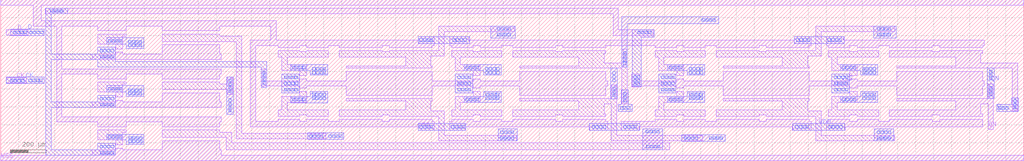
<source format=lef>
VERSION 5.7 ;
BUSBITCHARS "[]" ;
DIVIDERCHAR "/" ;

MACRO BOUNDARY_LEFT
  CLASS CORE ;
  ORIGIN 0 0 ;
  FOREIGN BOUNDARY_LEFT 0 0 ;
  SIZE 10 BY 900 ;
  SYMMETRY X Y ;
  SITE CoreSite ;
  PIN VDD
    DIRECTION INOUT ;
    USE POWER ;
    SHAPE ABUTMENT ;
    PORT
      LAYER M1 ;
        RECT 0 870 10 900 ;
    END
  END VDD
  PIN VSS
    DIRECTION INOUT ;
    USE GROUND ;
    SHAPE ABUTMENT ;
    PORT
      LAYER M1 ;
        RECT 0 0 10 30 ;
    END
  END VSS
END BOUNDARY_LEFT

MACRO BOUNDARY_RIGHT
  CLASS CORE ;
  ORIGIN 0 0 ;
  FOREIGN BOUNDARY_RIGHT 0 0 ;
  SIZE 10 BY 900 ;
  SYMMETRY X Y ;
  SITE CoreSite ;
  PIN VDD
    DIRECTION INOUT ;
    USE POWER ;
    SHAPE ABUTMENT ;
    PORT
      LAYER M1 ;
        RECT 0 870 10 900 ;
    END
  END VDD
  PIN VSS
    DIRECTION INOUT ;
    USE GROUND ;
    SHAPE ABUTMENT ;
    PORT
      LAYER M1 ;
        RECT 0 0 10 30 ;
    END
  END VSS
END BOUNDARY_RIGHT

MACRO BUFD2
  CLASS CORE ;
  ORIGIN 0 0 ;
  FOREIGN BUFD2 0 0 ;
  SIZE 1184 BY 900 ;
  SYMMETRY X Y ;
  SITE CoreSite ;
  PIN OUT
    DIRECTION OUTPUT ;
    USE SIGNAL ;
    PORT
      LAYER M1 ;
        POLYGON 1154 780 1114 780 1114 580 1134 580 1134 570 1046 570 1046 580 1054 580 1054 780 1014 780 1014 580 1022 580 1022 570 934 570 934 580 954 580 954 780 914 780 914 180 954 180 954 380 934 380 934 410 1014 410 1014 180 1054 180 1054 380 1034 380 1034 410 1134 410 1134 380 1114 380 1114 180 1154 180 ;
    END
  END OUT
  PIN VDD
    DIRECTION INOUT ;
    USE POWER ;
    SHAPE ABUTMENT ;
    PORT
      LAYER M1 ;
        POLYGON 1184 900 0 900 0 870 160 870 160 780 152 780 152 580 192 580 192 780 184 780 184 870 380 870 380 780 372 780 372 580 412 580 412 780 404 780 404 870 480 870 480 780 472 780 472 580 512 580 512 780 504 780 504 870 752 870 752 780 744 780 744 580 784 580 784 780 776 780 776 870 972 870 972 780 964 780 964 580 1004 580 1004 780 996 780 996 870 1072 870 1072 780 1064 780 1064 580 1104 580 1104 780 1096 780 1096 870 1184 870 ;
    END
  END VDD
  PIN VSS
    DIRECTION INOUT ;
    USE GROUND ;
    SHAPE ABUTMENT ;
    PORT
      LAYER M2 ;
        RECT 240 180 310 270 ;
        RECT 832 180 902 270 ;
      LAYER M1 ;
        POLYGON 1184 30 1096 30 1096 180 1104 180 1104 380 1064 380 1064 180 1072 180 1072 30 996 30 996 180 1004 180 1004 380 964 380 964 180 972 180 972 30 862 30 862 400 824 400 824 300 832 300 832 30 696 30 696 300 704 300 704 400 666 400 666 30 504 30 504 180 512 180 512 380 472 380 472 180 480 180 480 30 404 30 404 180 412 180 412 380 372 380 372 180 380 180 380 30 270 30 270 400 232 400 232 300 240 300 240 30 104 30 104 300 112 300 112 400 74 400 74 30 0 30 0 0 1184 0 ;
    END
  END VSS
  PIN IN
    DIRECTION INPUT ;
    USE SIGNAL ;
    PORT
      LAYER M2 ;
        RECT 30 590 80 680 ;
    END
  END IN
  OBS
    LAYER M1 ;
      POLYGON 844 780 794 780 794 580 814 580 814 570 714 570 714 580 734 580 734 780 694 780 694 410 752 410 752 400 744 400 744 300 784 300 784 400 776 400 776 410 844 410 ;
      POLYGON 672 547.5 562 547.5 562 780 522 780 522 580 542 580 542 570 454 570 454 580 462 580 462 780 422 780 422 580 430 580 430 570 342 570 342 580 362 580 362 780 322 780 322 180 362 180 362 380 342 380 342 410 422 410 422 180 462 180 462 380 442 380 442 410 542 410 542 380 522 380 522 180 562 180 562 498.5 672 498.5 ;
      POLYGON 252 780 202 780 202 580 222 580 222 570 122 570 122 580 142 580 142 780 102 780 102 410 160 410 160 400 152 400 152 300 192 300 192 400 184 400 184 410 252 410 ;
    LAYER Via1 ;
      RECT 884 600 894 610 ;
      RECT 884 620 894 630 ;
      RECT 884 640 894 650 ;
      RECT 884 660 894 670 ;
      RECT 882 190 892 200 ;
      RECT 882 210 892 220 ;
      RECT 882 230 892 240 ;
      RECT 882 250 892 260 ;
      RECT 842 190 852 200 ;
      RECT 842 210 852 220 ;
      RECT 842 230 852 240 ;
      RECT 842 250 852 260 ;
      RECT 824 600 834 610 ;
      RECT 824 620 834 630 ;
      RECT 824 640 834 650 ;
      RECT 824 660 834 670 ;
      RECT 640.5 600 650.5 610 ;
      RECT 640.5 620 650.5 630 ;
      RECT 640.5 640 650.5 650 ;
      RECT 640.5 660 650.5 670 ;
      RECT 637 515 647 525 ;
      RECT 617 515 627 525 ;
      RECT 597 515 607 525 ;
      RECT 577 515 587 525 ;
      RECT 292 600 302 610 ;
      RECT 292 620 302 630 ;
      RECT 292 640 302 650 ;
      RECT 292 660 302 670 ;
      RECT 290 190 300 200 ;
      RECT 290 210 300 220 ;
      RECT 290 230 300 240 ;
      RECT 290 250 300 260 ;
      RECT 250 190 260 200 ;
      RECT 250 210 260 220 ;
      RECT 250 230 260 240 ;
      RECT 250 250 260 260 ;
      RECT 232 600 242 610 ;
      RECT 232 620 242 630 ;
      RECT 232 640 242 650 ;
      RECT 232 660 242 670 ;
      RECT 48.5 600 58.5 610 ;
      RECT 48.5 620 58.5 630 ;
      RECT 48.5 640 58.5 650 ;
      RECT 48.5 660 58.5 670 ;
    LAYER M2 ;
      RECT 814 590 904 680 ;
      POLYGON 672 729 622 729 622 547.5 549.5 547.5 549.5 498.5 672 498.5 ;
      RECT 222 590 312 680 ;
  END
END BUFD2

MACRO BUFD4
  CLASS CORE ;
  ORIGIN 0 0 ;
  FOREIGN BUFD4 0 0 ;
  SIZE 1816 BY 900 ;
  SYMMETRY X Y ;
  SITE CoreSite ;
  PIN OUT
    DIRECTION OUTPUT ;
    USE SIGNAL ;
    PORT
      LAYER M1 ;
        POLYGON 1786 780 1746 780 1746 580 1766 580 1766 570 1678 570 1678 580 1686 580 1686 780 1646 780 1646 580 1654 580 1654 570 1578 570 1578 580 1586 580 1586 780 1546 780 1546 580 1554 580 1554 570 1478 570 1478 580 1486 580 1486 780 1446 780 1446 580 1454 580 1454 570 1366 570 1366 580 1386 580 1386 780 1346 780 1346 180 1386 180 1386 380 1366 380 1366 410 1446 410 1446 180 1486 180 1486 380 1466 380 1466 410 1546 410 1546 180 1586 180 1586 380 1566 380 1566 410 1646 410 1646 180 1686 180 1686 380 1666 380 1666 410 1766 410 1766 380 1746 380 1746 180 1786 180 ;
    END
  END OUT
  PIN VDD
    DIRECTION INOUT ;
    USE POWER ;
    SHAPE ABUTMENT ;
    PORT
      LAYER M1 ;
        POLYGON 1816 900 0 900 0 870 176 870 176 780 168 780 168 580 208 580 208 780 200 780 200 870 276 870 276 780 268 780 268 580 308 580 308 780 300 780 300 870 496 870 496 780 488 780 488 580 528 580 528 780 520 780 520 870 596 870 596 780 588 780 588 580 628 580 628 780 620 780 620 870 696 870 696 780 688 780 688 580 728 580 728 780 720 780 720 870 796 870 796 780 788 780 788 580 828 580 828 780 820 780 820 870 1084 870 1084 780 1076 780 1076 580 1116 580 1116 780 1108 780 1108 870 1184 870 1184 780 1176 780 1176 580 1216 580 1216 780 1208 780 1208 870 1404 870 1404 780 1396 780 1396 580 1436 580 1436 780 1428 780 1428 870 1504 870 1504 780 1496 780 1496 580 1536 580 1536 780 1528 780 1528 870 1604 870 1604 780 1596 780 1596 580 1636 580 1636 780 1628 780 1628 870 1704 870 1704 780 1696 780 1696 580 1736 580 1736 780 1728 780 1728 870 1816 870 ;
    END
  END VDD
  PIN VSS
    DIRECTION INOUT ;
    USE GROUND ;
    SHAPE ABUTMENT ;
    PORT
      LAYER M2 ;
        RECT 356 180 426 270 ;
        RECT 1264 180 1334 270 ;
      LAYER M1 ;
        POLYGON 1816 30 1728 30 1728 180 1736 180 1736 380 1696 380 1696 180 1704 180 1704 30 1628 30 1628 180 1636 180 1636 380 1596 380 1596 180 1604 180 1604 30 1528 30 1528 180 1536 180 1536 380 1496 380 1496 180 1504 180 1504 30 1428 30 1428 180 1436 180 1436 380 1396 380 1396 180 1404 180 1404 30 1294 30 1294 400 1256 400 1256 300 1264 300 1264 30 1128 30 1128 300 1136 300 1136 400 1096 400 1096 300 1104 300 1104 30 968 30 968 300 976 300 976 400 938 400 938 30 820 30 820 180 828 180 828 380 788 380 788 180 796 180 796 30 720 30 720 180 728 180 728 380 688 380 688 180 696 180 696 30 620 30 620 180 628 180 628 380 588 380 588 180 596 180 596 30 520 30 520 180 528 180 528 380 488 380 488 180 496 180 496 30 386 30 386 400 348 400 348 300 356 300 356 30 220 30 220 300 228 300 228 400 188 400 188 300 196 300 196 30 60 30 60 300 68 300 68 400 30 400 30 30 0 30 0 0 1816 0 ;
    END
  END VSS
  PIN IN
    DIRECTION INPUT ;
    USE SIGNAL ;
    PORT
      LAYER M2 ;
        RECT 46 590 96 680 ;
    END
  END IN
  OBS
    LAYER M1 ;
      POLYGON 1276 780 1226 780 1226 580 1246 580 1246 570 1158 570 1158 580 1166 580 1166 780 1126 780 1126 580 1134 580 1134 570 1046 570 1046 580 1066 580 1066 780 1026 780 1026 410 1024 410 1024 400 1016 400 1016 300 1056 300 1056 400 1048 400 1048 410 1184 410 1184 400 1176 400 1176 300 1216 300 1216 400 1208 400 1208 410 1276 410 ;
      POLYGON 1000.5 547.5 878 547.5 878 780 838 780 838 580 858 580 858 570 770 570 770 580 778 580 778 780 738 780 738 580 746 580 746 570 670 570 670 580 678 580 678 780 638 780 638 580 646 580 646 570 570 570 570 580 578 580 578 780 538 780 538 580 546 580 546 570 458 570 458 580 478 580 478 780 438 780 438 180 478 180 478 380 458 380 458 410 538 410 538 180 578 180 578 380 558 380 558 410 638 410 638 180 678 180 678 380 658 380 658 410 738 410 738 180 778 180 778 380 758 380 758 410 858 410 858 380 838 380 838 180 878 180 878 498.5 1000.5 498.5 ;
      POLYGON 368 780 318 780 318 580 338 580 338 570 250 570 250 580 258 580 258 780 218 780 218 580 226 580 226 570 138 570 138 580 158 580 158 780 118 780 118 410 116 410 116 400 108 400 108 300 148 300 148 400 140 400 140 410 276 410 276 400 268 400 268 300 308 300 308 400 300 400 300 410 368 410 ;
    LAYER Via1 ;
      RECT 1316 600 1326 610 ;
      RECT 1316 620 1326 630 ;
      RECT 1316 640 1326 650 ;
      RECT 1316 660 1326 670 ;
      RECT 1314 190 1324 200 ;
      RECT 1314 210 1324 220 ;
      RECT 1314 230 1324 240 ;
      RECT 1314 250 1324 260 ;
      RECT 1274 190 1284 200 ;
      RECT 1274 210 1284 220 ;
      RECT 1274 230 1284 240 ;
      RECT 1274 250 1284 260 ;
      RECT 1256 600 1266 610 ;
      RECT 1256 620 1266 630 ;
      RECT 1256 640 1266 650 ;
      RECT 1256 660 1266 670 ;
      RECT 972.5 600 982.5 610 ;
      RECT 972.5 620 982.5 630 ;
      RECT 972.5 640 982.5 650 ;
      RECT 972.5 660 982.5 670 ;
      RECT 965.5 515 975.5 525 ;
      RECT 945.5 515 955.5 525 ;
      RECT 925.5 515 935.5 525 ;
      RECT 905.5 515 915.5 525 ;
      RECT 408 600 418 610 ;
      RECT 408 620 418 630 ;
      RECT 408 640 418 650 ;
      RECT 408 660 418 670 ;
      RECT 406 190 416 200 ;
      RECT 406 210 416 220 ;
      RECT 406 230 416 240 ;
      RECT 406 250 416 260 ;
      RECT 366 190 376 200 ;
      RECT 366 210 376 220 ;
      RECT 366 230 376 240 ;
      RECT 366 250 376 260 ;
      RECT 348 600 358 610 ;
      RECT 348 620 358 630 ;
      RECT 348 640 358 650 ;
      RECT 348 660 358 670 ;
      RECT 64.5 600 74.5 610 ;
      RECT 64.5 620 74.5 630 ;
      RECT 64.5 640 74.5 650 ;
      RECT 64.5 660 74.5 670 ;
    LAYER M2 ;
      RECT 1246 590 1336 680 ;
      POLYGON 1004 684 954 684 954 547.5 878 547.5 878 498.5 1004 498.5 ;
      RECT 338 590 428 680 ;
  END
END BUFD4

MACRO BUFD8
  CLASS CORE ;
  ORIGIN 0 0 ;
  FOREIGN BUFD8 0 0 ;
  SIZE 3280 BY 900 ;
  SYMMETRY X Y ;
  SITE CoreSite ;
  PIN OUT
    DIRECTION OUTPUT ;
    USE SIGNAL ;
    PORT
      LAYER M1 ;
        POLYGON 3250 780 3210 780 3210 580 3230 580 3230 570 3142 570 3142 580 3150 580 3150 780 3110 780 3110 580 3118 580 3118 570 3042 570 3042 580 3050 580 3050 780 3010 780 3010 580 3018 580 3018 570 2942 570 2942 580 2950 580 2950 780 2910 780 2910 580 2918 580 2918 570 2842 570 2842 580 2850 580 2850 780 2810 780 2810 580 2818 580 2818 570 2742 570 2742 580 2750 580 2750 780 2710 780 2710 580 2718 580 2718 570 2642 570 2642 580 2650 580 2650 780 2610 780 2610 580 2618 580 2618 570 2542 570 2542 580 2550 580 2550 780 2510 780 2510 580 2518 580 2518 570 2430 570 2430 580 2450 580 2450 780 2410 780 2410 180 2450 180 2450 380 2430 380 2430 410 2518 410 2518 380 2510 380 2510 180 2550 180 2550 380 2542 380 2542 410 2618 410 2618 380 2610 380 2610 180 2650 180 2650 380 2642 380 2642 410 2718 410 2718 380 2710 380 2710 180 2750 180 2750 380 2742 380 2742 410 2818 410 2818 380 2810 380 2810 180 2850 180 2850 380 2842 380 2842 410 2918 410 2918 380 2910 380 2910 180 2950 180 2950 380 2942 380 2942 410 3018 410 3018 380 3010 380 3010 180 3050 180 3050 380 3042 380 3042 410 3118 410 3118 380 3110 380 3110 180 3150 180 3150 380 3142 380 3142 410 3230 410 3230 380 3210 380 3210 180 3250 180 ;
    END
  END OUT
  PIN VDD
    DIRECTION INOUT ;
    USE POWER ;
    SHAPE ABUTMENT ;
    PORT
      LAYER M1 ;
        POLYGON 3280 900 0 900 0 870 308 870 308 780 300 780 300 580 340 580 340 780 332 780 332 870 408 870 408 780 400 780 400 580 440 580 440 780 432 780 432 870 508 870 508 780 500 780 500 580 540 580 540 780 532 780 532 870 608 870 608 780 600 780 600 580 640 580 640 780 632 780 632 870 828 870 828 780 820 780 820 580 860 580 860 780 852 780 852 870 928 870 928 780 920 780 920 580 960 580 960 780 952 780 952 870 1028 870 1028 780 1020 780 1020 580 1060 580 1060 780 1052 780 1052 870 1128 870 1128 780 1120 780 1120 580 1160 580 1160 780 1152 780 1152 870 1228 870 1228 780 1220 780 1220 580 1260 580 1260 780 1252 780 1252 870 1328 870 1328 780 1320 780 1320 580 1360 580 1360 780 1352 780 1352 870 1428 870 1428 780 1420 780 1420 580 1460 580 1460 780 1452 780 1452 870 1528 870 1528 780 1520 780 1520 580 1560 580 1560 780 1552 780 1552 870 1948 870 1948 780 1940 780 1940 580 1980 580 1980 780 1972 780 1972 870 2048 870 2048 780 2040 780 2040 580 2080 580 2080 780 2072 780 2072 870 2148 870 2148 780 2140 780 2140 580 2180 580 2180 780 2172 780 2172 870 2248 870 2248 780 2240 780 2240 580 2280 580 2280 780 2272 780 2272 870 2468 870 2468 780 2460 780 2460 580 2500 580 2500 780 2492 780 2492 870 2568 870 2568 780 2560 780 2560 580 2600 580 2600 780 2592 780 2592 870 2668 870 2668 780 2660 780 2660 580 2700 580 2700 780 2692 780 2692 870 2768 870 2768 780 2760 780 2760 580 2800 580 2800 780 2792 780 2792 870 2868 870 2868 780 2860 780 2860 580 2900 580 2900 780 2892 780 2892 870 2968 870 2968 780 2960 780 2960 580 3000 580 3000 780 2992 780 2992 870 3068 870 3068 780 3060 780 3060 580 3100 580 3100 780 3092 780 3092 870 3168 870 3168 780 3160 780 3160 580 3200 580 3200 780 3192 780 3192 870 3280 870 ;
    END
  END VDD
  PIN VSS
    DIRECTION INOUT ;
    USE GROUND ;
    SHAPE ABUTMENT ;
    PORT
      LAYER M2 ;
        RECT 688 180 758 270 ;
        RECT 2328 180 2398 270 ;
      LAYER M1 ;
        POLYGON 3280 30 3192 30 3192 180 3200 180 3200 380 3160 380 3160 180 3168 180 3168 30 3092 30 3092 180 3100 180 3100 380 3060 380 3060 180 3068 180 3068 30 2992 30 2992 180 3000 180 3000 380 2960 380 2960 180 2968 180 2968 30 2892 30 2892 180 2900 180 2900 380 2860 380 2860 180 2868 180 2868 30 2792 30 2792 180 2800 180 2800 380 2760 380 2760 180 2768 180 2768 30 2692 30 2692 180 2700 180 2700 380 2660 380 2660 180 2668 180 2668 30 2592 30 2592 180 2600 180 2600 380 2560 380 2560 180 2568 180 2568 30 2492 30 2492 180 2500 180 2500 380 2460 380 2460 180 2468 180 2468 30 2358 30 2358 400 2320 400 2320 300 2328 300 2328 30 2192 30 2192 300 2200 300 2200 400 2160 400 2160 300 2168 300 2168 30 2032 30 2032 300 2040 300 2040 400 2000 400 2000 300 2008 300 2008 30 1872 30 1872 300 1880 300 1880 400 1840 400 1840 300 1848 300 1848 30 1700 30 1700 300 1720 300 1720 400 1670 400 1670 30 1552 30 1552 180 1560 180 1560 380 1520 380 1520 180 1528 180 1528 30 1452 30 1452 180 1460 180 1460 380 1420 380 1420 180 1428 180 1428 30 1352 30 1352 180 1360 180 1360 380 1320 380 1320 180 1328 180 1328 30 1252 30 1252 180 1260 180 1260 380 1220 380 1220 180 1228 180 1228 30 1152 30 1152 180 1160 180 1160 380 1120 380 1120 180 1128 180 1128 30 1052 30 1052 180 1060 180 1060 380 1020 380 1020 180 1028 180 1028 30 952 30 952 180 960 180 960 380 920 380 920 180 928 180 928 30 852 30 852 180 860 180 860 380 820 380 820 180 828 180 828 30 718 30 718 400 680 400 680 300 688 300 688 30 552 30 552 300 560 300 560 400 520 400 520 300 528 300 528 30 392 30 392 300 400 300 400 400 360 400 360 300 368 300 368 30 232 30 232 300 240 300 240 400 200 400 200 300 208 300 208 30 60 30 60 300 80 300 80 400 30 400 30 30 0 30 0 0 3280 0 ;
    END
  END VSS
  PIN IN
    DIRECTION INPUT ;
    USE SIGNAL ;
    PORT
      LAYER M2 ;
        RECT 178 590.5 228 680.5 ;
    END
  END IN
  OBS
    LAYER M1 ;
      POLYGON 2357.5 570 2340 570 2340 780 2290 780 2290 580 2310 580 2310 570 2222 570 2222 580 2230 580 2230 780 2190 780 2190 580 2198 580 2198 570 2122 570 2122 580 2130 580 2130 780 2090 780 2090 580 2098 580 2098 570 2022 570 2022 580 2030 580 2030 780 1990 780 1990 580 1998 580 1998 570 1910 570 1910 580 1930 580 1930 780 1890 780 1890 570 1785.5 570 1785.5 410 1768 410 1768 400 1760 400 1760 300 1800 300 1800 400 1792 400 1792 410 1928 410 1928 400 1920 400 1920 300 1960 300 1960 400 1952 400 1952 410 2088 410 2088 400 2080 400 2080 300 2120 300 2120 400 2112 400 2112 410 2248 410 2248 400 2240 400 2240 300 2280 300 2280 400 2272 400 2272 410 2357.5 410 ;
      POLYGON 1810 680.5 1640 680.5 1640 540 1610 540 1610 780 1570 780 1570 580 1590 580 1590 570 1502 570 1502 580 1510 580 1510 780 1470 780 1470 580 1478 580 1478 570 1402 570 1402 580 1410 580 1410 780 1370 780 1370 580 1378 580 1378 570 1302 570 1302 580 1310 580 1310 780 1270 780 1270 580 1278 580 1278 570 1202 570 1202 580 1210 580 1210 780 1170 780 1170 580 1178 580 1178 570 1102 570 1102 580 1110 580 1110 780 1070 780 1070 580 1078 580 1078 570 1002 570 1002 580 1010 580 1010 780 970 780 970 580 978 580 978 570 902 570 902 580 910 580 910 780 870 780 870 580 878 580 878 570 790 570 790 580 810 580 810 780 770 780 770 180 810 180 810 380 790 380 790 410 878 410 878 380 870 380 870 180 910 180 910 380 902 380 902 410 978 410 978 380 970 380 970 180 1010 180 1010 380 1002 380 1002 410 1078 410 1078 380 1070 380 1070 180 1110 180 1110 380 1102 380 1102 410 1178 410 1178 380 1170 380 1170 180 1210 180 1210 380 1202 380 1202 410 1278 410 1278 380 1270 380 1270 180 1310 180 1310 380 1302 380 1302 410 1378 410 1378 380 1370 380 1370 180 1410 180 1410 380 1402 380 1402 410 1478 410 1478 380 1470 380 1470 180 1510 180 1510 380 1502 380 1502 410 1590 410 1590 380 1570 380 1570 180 1610 180 1610 465 1675 465 1675 590.5 1810 590.5 ;
      POLYGON 717.5 570 700 570 700 780 650 780 650 580 670 580 670 570 582 570 582 580 590 580 590 780 550 780 550 580 558 580 558 570 482 570 482 580 490 580 490 780 450 780 450 580 458 580 458 570 382 570 382 580 390 580 390 780 350 780 350 580 358 580 358 570 270 570 270 580 290 580 290 780 250 780 250 570 145.5 570 145.5 410 128 410 128 400 120 400 120 300 160 300 160 400 152 400 152 410 288 410 288 400 280 400 280 300 320 300 320 400 312 400 312 410 448 410 448 400 440 400 440 300 480 300 480 400 472 400 472 410 608 410 608 400 600 400 600 300 640 300 640 400 632 400 632 410 717.5 410 ;
    LAYER Via1 ;
      RECT 2380 600 2390 610 ;
      RECT 2380 620 2390 630 ;
      RECT 2380 640 2390 650 ;
      RECT 2380 660 2390 670 ;
      RECT 2378 190 2388 200 ;
      RECT 2378 210 2388 220 ;
      RECT 2378 230 2388 240 ;
      RECT 2378 250 2388 260 ;
      RECT 2338 190 2348 200 ;
      RECT 2338 210 2348 220 ;
      RECT 2338 230 2348 240 ;
      RECT 2338 250 2348 260 ;
      RECT 2320 600 2330 610 ;
      RECT 2320 620 2330 630 ;
      RECT 2320 640 2330 650 ;
      RECT 2320 660 2330 670 ;
      RECT 1836.5 600.5 1846.5 610.5 ;
      RECT 1836.5 620.5 1846.5 630.5 ;
      RECT 1836.5 640.5 1846.5 650.5 ;
      RECT 1836.5 660.5 1846.5 670.5 ;
      RECT 1780 600.5 1790 610.5 ;
      RECT 1780 620.5 1790 630.5 ;
      RECT 1780 640.5 1790 650.5 ;
      RECT 1780 660.5 1790 670.5 ;
      RECT 740 600 750 610 ;
      RECT 740 620 750 630 ;
      RECT 740 640 750 650 ;
      RECT 740 660 750 670 ;
      RECT 738 190 748 200 ;
      RECT 738 210 748 220 ;
      RECT 738 230 748 240 ;
      RECT 738 250 748 260 ;
      RECT 698 190 708 200 ;
      RECT 698 210 708 220 ;
      RECT 698 230 708 240 ;
      RECT 698 250 708 260 ;
      RECT 680 600 690 610 ;
      RECT 680 620 690 630 ;
      RECT 680 640 690 650 ;
      RECT 680 660 690 670 ;
      RECT 196.5 600.5 206.5 610.5 ;
      RECT 196.5 620.5 206.5 630.5 ;
      RECT 196.5 640.5 206.5 650.5 ;
      RECT 196.5 660.5 206.5 670.5 ;
    LAYER M2 ;
      RECT 2310 590 2400 680 ;
      RECT 1770 590.5 1868 680.5 ;
      RECT 670 590 760 680 ;
  END
END BUFD8

MACRO DFFD1
  CLASS CORE ;
  ORIGIN 0 0 ;
  FOREIGN DFFD1 0 0 ;
  SIZE 5700 BY 900 ;
  SYMMETRY X Y ;
  SITE CoreSite ;
  PIN CK
    DIRECTION INPUT ;
    USE CLOCK ;
    PORT
      LAYER M2 ;
        RECT 30 430.5 242 468.5 ;
      LAYER M1 ;
        RECT 30 434 141.5 464 ;
    END
  END CK
  PIN D
    DIRECTION INPUT ;
    USE SIGNAL ;
    PORT
      LAYER M2 ;
        RECT 57 698.5 242 736.5 ;
      LAYER M1 ;
        RECT 30 702 152 732 ;
    END
  END D
  PIN Q
    DIRECTION OUTPUT ;
    USE SIGNAL ;
    PORT
      LAYER M2 ;
        POLYGON 5671 351.5 5633 351.5 5633 314 5549.5 314 5549.5 276.5 5671 276.5 ;
      LAYER M1 ;
        POLYGON 5667 547 5462 547 5462 603 5472 603 5472 615 5232 615 5232 609 5192 609 5192 615 4952 615 4952 579 5322 579 5322 529 4992 529 4992 517 5637 517 5637 280 5667 280 ;
    END
  END Q
  PIN QN
    DIRECTION OUTPUT ;
    USE SIGNAL ;
    PORT
      LAYER M2 ;
        RECT 5498 347 5535.5 517 ;
      LAYER M1 ;
        POLYGON 5532 428.5 5502 428.5 5502 347 4992 347 4992 335 5322 335 5322 285 4952 285 4952 249 5192 249 5192 255 5232 255 5232 249 5472 249 5472 261 5462 261 5462 317 5502 317 5502 175.5 5532 175.5 ;
    END
  END QN
  PIN VDD
    DIRECTION INOUT ;
    USE POWER ;
    SHAPE ABUTMENT ;
    PORT
      LAYER M2 ;
        RECT 2326 170 2591.5 210 ;
        RECT 2326 654 2613 694 ;
        RECT 3278.5 170 3562 210 ;
        RECT 4422.5 654 4701 694 ;
        RECT 4413.5 170 4702.5 210 ;
      LAYER M1 ;
        POLYGON 3382 220 3372 220 3372 231 3132 231 3132 220 3092 220 3092 231 2852 231 2852 220 2792 220 2792 231 2672 231 2672 220 2632 220 2632 231 2512 231 2512 220 2502 220 2502 170 2591.5 170 2591.5 190 3282.5 190 3282.5 170 3382 170 ;
        POLYGON 4516 694 4422.5 694 4422.5 674 2607.5 674 2607.5 694 2502 694 2502 644 2512 644 2512 633 2632 633 2632 644 2672 644 2672 633 2792 633 2792 644 2852 644 2852 633 3092 633 3092 644 3132 644 3132 633 3372 633 3372 644 3646 644 3646 633 3766 633 3766 644 3806 644 3806 633 3926 633 3926 644 3986 644 3986 633 4226 633 4226 644 4266 644 4266 633 4506 633 4506 644 4516 644 ;
        POLYGON 4516 220 4506 220 4506 231 4266 231 4266 220 4226 220 4226 231 3986 231 3986 220 3926 220 3926 231 3806 231 3806 220 3766 220 3766 231 3646 231 3646 220 3458 220 3458 170 3557.5 170 3557.5 190 4409.5 190 4409.5 170 4516 170 ;
        POLYGON 5472 231 5232 231 5232 220 5192 220 5192 231 4952 231 4952 220 4892 220 4892 231 4772 231 4772 220 4732 220 4732 231 4612 231 4612 220 4602 220 4602 170 4706 170 4706 190 5472 190 ;
        POLYGON 5482 674 4698.5 674 4698.5 694 4602 694 4602 644 4612 644 4612 633 4732 633 4732 644 4772 644 4772 633 4892 633 4892 644 4952 644 4952 633 5192 633 5192 644 5232 644 5232 633 5472 633 5472 644 5482 644 ;
        POLYGON 5700 900 0 900 0 870 182 870 182 752 311 752 311 216 540 216 540 190 700 190 700 216 900 216 900 190 1220 190 1220 216 1230 216 1230 246 341 246 341 484 540 484 540 458 700 458 700 484 900 484 900 458 1220 458 1220 484 1230 484 1230 514 341 514 341 752 540 752 540 726 700 726 700 752 900 752 900 726 1220 726 1220 752 1506 752 1506 674 1391 674 1391 190 2326 190 2326 170 2416 170 2416 220 2406 220 2406 231 2166 231 2166 220 2126 220 2126 231 1886 231 1886 220 1826 220 1826 231 1706 231 1706 220 1666 220 1666 231 1546 231 1546 220 1421 220 1421 644 1546 644 1546 633 1666 633 1666 644 1706 644 1706 633 1826 633 1826 644 1886 644 1886 633 2126 633 2126 644 2166 644 2166 633 2406 633 2406 644 2416 644 2416 694 2326 694 2326 674 1536 674 1536 782 225 782 225 870 5700 870 ;
    END
  END VDD
  PIN VSS
    DIRECTION INOUT ;
    USE GROUND ;
    SHAPE ABUTMENT ;
    PORT
      LAYER M2 ;
        POLYGON 1482 555 637 555 637 634 540 634 540 596 282 596 282 822 374 822 374 852 252 852 252 30 637 30 637 98 540 98 540 60 282 60 282 298 637 298 637 366 540 366 540 328 282 328 282 566 540 566 540 525 1452 525 1452 409 1482 409 ;
        RECT 1566 379 1663 485 ;
        RECT 2532 379 2629 485 ;
        POLYGON 3643 732 3518 732 3518 414.5 3569.5 414.5 3569.5 692 3643 692 ;
        RECT 3666 379 3763 485 ;
        RECT 4632 379 4729 485 ;
      LAYER M1 ;
        POLYGON 1230 596 1220 596 1220 648 900 648 900 596 680 596 680 606.5 640 606.5 640 596 510 596 510 566 1230 566 ;
        POLYGON 1230 328 1220 328 1220 380 900 380 900 328 680 328 680 338.5 640 338.5 640 328 510 328 510 298 1230 298 ;
        POLYGON 3382 447 3372 447 3372 499 2892 499 2892 447 2672 447 2672 457.5 2632 457.5 2632 447 2406 447 2406 499 1926 499 1926 447 1706 447 1706 457.5 1666 457.5 1666 447 1482 447 1482 512 1452 512 1452 417 1666 417 1666 406.5 1706 406.5 1706 417 1926 417 1926 365 2406 365 2406 417 2632 417 2632 406.5 2672 406.5 2672 417 2892 417 2892 365 3372 365 3372 417 3382 417 ;
        POLYGON 3636 732 3442 732 3442 852 248.5 852 248.5 822 3412 822 3412 699.5 3636 699.5 ;
        POLYGON 5482 447 5472 447 5472 499 4992 499 4992 447 4772 447 4772 457.5 4732 457.5 4732 447 4506 447 4506 499 4026 499 4026 447 3806 447 3806 457.5 3766 457.5 3766 447 3570.5 447 3570.5 485 3516.5 485 3516.5 412 3570.5 412 3570.5 417 3766 417 3766 406.5 3806 406.5 3806 417 4026 417 4026 365 4506 365 4506 417 4732 417 4732 406.5 4772 406.5 4772 417 4992 417 4992 365 5472 365 5472 417 5482 417 ;
        POLYGON 5700 30 1230 30 1230 60 1220 60 1220 112 900 112 900 60 680 60 680 70.5 640 70.5 640 60 510 60 510 30 0 30 0 0 5700 0 ;
    END
  END VSS
  OBS
    LAYER M1 ;
      POLYGON 4982.5 142 4572 142 4572 279 4496 279 4496 335 4506 335 4506 347 4026 347 4026 335 4356 335 4356 285 3986 285 3986 249 4226 249 4226 255 4266 255 4266 249 4542 249 4542 112 4982.5 112 ;
      POLYGON 4981 752 4542 752 4542 615 4266 615 4266 609 4226 609 4226 615 3986 615 3986 579 4356 579 4356 529 4026 529 4026 517 4506 517 4506 529 4496 529 4496 585 4572 585 4572 722 4981 722 ;
      POLYGON 4892 285 4662 285 4662 325.5 4772 325.5 4772 388.5 4732 388.5 4732 360 4632 360 4632 285 4612 285 4612 249 4732 249 4732 255 4772 255 4772 249 4892 249 ;
      POLYGON 4892 615 4772 615 4772 609 4732 609 4732 615 4612 615 4612 579 4632 579 4632 504 4732 504 4732 475.5 4772 475.5 4772 538.5 4662 538.5 4662 579 4892 579 ;
      POLYGON 3926 285 3696 285 3696 325.5 3806 325.5 3806 388.5 3766 388.5 3766 360 3666 360 3666 285 3646 285 3646 249 3766 249 3766 255 3806 255 3806 249 3926 249 ;
      POLYGON 3926 615 3806 615 3806 609 3766 609 3766 615 3646 615 3646 579 3666 579 3666 504 3766 504 3766 475.5 3806 475.5 3806 538.5 3696 538.5 3696 579 3926 579 ;
      POLYGON 3912 142 3432 142 3432 424.5 3402 424.5 3402 347 2892 347 2892 335 3222 335 3222 285 2852 285 2852 249 3092 249 3092 255 3132 255 3132 249 3372 249 3372 261 3362 261 3362 317 3402 317 3402 112 3912 112 ;
      POLYGON 3729.5 99.5 1288 99.5 1288 160 1220 160 1220 172 900 172 900 130 1258 130 1258 61.5 3729.5 61.5 ;
      POLYGON 3492 623.5 3462 623.5 3462 547 3362 547 3362 603 3372 603 3372 615 3132 615 3132 609 3092 609 3092 615 2852 615 2852 579 3222 579 3222 529 2892 529 2892 517 3462 517 3462 317 3492 317 ;
      POLYGON 2876.5 142 2472 142 2472 279 2396 279 2396 335 2406 335 2406 347 1926 347 1926 335 2256 335 2256 285 1886 285 1886 249 2126 249 2126 255 2166 255 2166 249 2442 249 2442 112 2876.5 112 ;
      POLYGON 2862 752 2442 752 2442 615 2166 615 2166 609 2126 609 2126 615 1886 615 1886 579 2256 579 2256 529 1926 529 1926 517 2406 517 2406 529 2396 529 2396 585 2472 585 2472 722 2862 722 ;
      POLYGON 2792 285 2562 285 2562 325.5 2672 325.5 2672 388.5 2632 388.5 2632 360 2532 360 2532 285 2512 285 2512 249 2632 249 2632 255 2672 255 2672 249 2792 249 ;
      POLYGON 2792 615 2672 615 2672 609 2632 609 2632 615 2512 615 2512 579 2532 579 2532 504 2632 504 2632 475.5 2672 475.5 2672 538.5 2562 538.5 2562 579 2792 579 ;
      POLYGON 1826 285 1596 285 1596 325.5 1706 325.5 1706 388.5 1666 388.5 1666 360 1566 360 1566 285 1546 285 1546 249 1666 249 1666 255 1706 255 1706 249 1826 249 ;
      POLYGON 1826 615 1706 615 1706 609 1666 609 1666 615 1546 615 1546 579 1566 579 1566 504 1666 504 1666 475.5 1706 475.5 1706 538.5 1596 538.5 1596 579 1826 579 ;
      POLYGON 1811.5 152.5 1343 152.5 1343 696 1220 696 1220 708 900 708 900 666 1313 666 1313 122.5 1811.5 122.5 ;
      POLYGON 1292 467 1262 467 1262 428 1220 428 1220 440 900 440 900 398 1262 398 1262 369.5 1292 369.5 ;
      POLYGON 700 172 540 172 540 117 640 117 640 88.5 680 88.5 680 160 700 160 ;
      POLYGON 700 440 540 440 540 385 640 385 640 356.5 680 356.5 680 428 700 428 ;
      POLYGON 700 708 540 708 540 653 640 653 640 624.5 680 624.5 680 696 700 696 ;
    LAYER Via1 ;
      RECT 5644.5 289 5659.5 304 ;
      RECT 5644.5 309 5659.5 324 ;
      RECT 5644.5 329 5659.5 344 ;
      RECT 5600 287.5 5615 302.5 ;
      RECT 5580 287.5 5595 302.5 ;
      RECT 5560 287.5 5575 302.5 ;
      RECT 5509.5 361.5 5524.5 376.5 ;
      RECT 5509.5 381.5 5524.5 396.5 ;
      RECT 5509.5 401.5 5524.5 416.5 ;
      RECT 5509.5 451 5524.5 466 ;
      RECT 5509.5 471 5524.5 486 ;
      RECT 5509.5 491 5524.5 506 ;
      RECT 4944.5 119.5 4959.5 134.5 ;
      RECT 4944.5 152 4959.5 167 ;
      RECT 4944.5 697 4959.5 712 ;
      RECT 4944.5 729.5 4959.5 744.5 ;
      RECT 4924.5 119.5 4939.5 134.5 ;
      RECT 4924.5 152 4939.5 167 ;
      RECT 4924.5 697 4939.5 712 ;
      RECT 4924.5 729.5 4939.5 744.5 ;
      RECT 4904.5 119.5 4919.5 134.5 ;
      RECT 4904.5 152 4919.5 167 ;
      RECT 4904.5 697 4919.5 712 ;
      RECT 4904.5 729.5 4919.5 744.5 ;
      RECT 4884.5 119.5 4899.5 134.5 ;
      RECT 4884.5 152 4899.5 167 ;
      RECT 4884.5 697 4899.5 712 ;
      RECT 4884.5 729.5 4899.5 744.5 ;
      RECT 4862.5 343 4877.5 358 ;
      RECT 4862.5 363 4877.5 378 ;
      RECT 4862.5 486 4877.5 501 ;
      RECT 4862.5 506 4877.5 521 ;
      RECT 4842.5 343 4857.5 358 ;
      RECT 4842.5 363 4857.5 378 ;
      RECT 4842.5 486 4857.5 501 ;
      RECT 4842.5 506 4857.5 521 ;
      RECT 4822.5 343 4837.5 358 ;
      RECT 4822.5 363 4837.5 378 ;
      RECT 4822.5 486 4837.5 501 ;
      RECT 4822.5 506 4837.5 521 ;
      RECT 4802.5 343 4817.5 358 ;
      RECT 4802.5 363 4817.5 378 ;
      RECT 4802.5 486 4817.5 501 ;
      RECT 4802.5 506 4817.5 521 ;
      RECT 4750 335.5 4765 350.5 ;
      RECT 4750 513.5 4765 528.5 ;
      RECT 4730 335.5 4745 350.5 ;
      RECT 4730 513.5 4745 528.5 ;
      RECT 4710 335.5 4725 350.5 ;
      RECT 4710 513.5 4725 528.5 ;
      RECT 4705.5 390 4720.5 405 ;
      RECT 4705.5 424.5 4720.5 439.5 ;
      RECT 4705.5 459 4720.5 474 ;
      RECT 4690 335.5 4705 350.5 ;
      RECT 4690 513.5 4705 528.5 ;
      RECT 4685.5 390 4700.5 405 ;
      RECT 4685.5 424.5 4700.5 439.5 ;
      RECT 4685.5 459 4700.5 474 ;
      RECT 4675 182.5 4690 197.5 ;
      RECT 4669.5 666.5 4684.5 681.5 ;
      RECT 4665.5 390 4680.5 405 ;
      RECT 4665.5 424.5 4680.5 439.5 ;
      RECT 4665.5 459 4680.5 474 ;
      RECT 4655 182.5 4670 197.5 ;
      RECT 4649.5 666.5 4664.5 681.5 ;
      RECT 4645.5 390 4660.5 405 ;
      RECT 4645.5 424.5 4660.5 439.5 ;
      RECT 4645.5 459 4660.5 474 ;
      RECT 4635 182.5 4650 197.5 ;
      RECT 4629.5 666.5 4644.5 681.5 ;
      RECT 4615 182.5 4630 197.5 ;
      RECT 4609.5 666.5 4624.5 681.5 ;
      RECT 4493.5 666.5 4508.5 681.5 ;
      RECT 4488.5 182.5 4503.5 197.5 ;
      RECT 4473.5 666.5 4488.5 681.5 ;
      RECT 4468.5 182.5 4483.5 197.5 ;
      RECT 4453.5 666.5 4468.5 681.5 ;
      RECT 4448.5 182.5 4463.5 197.5 ;
      RECT 4433.5 666.5 4448.5 681.5 ;
      RECT 4428.5 182.5 4443.5 197.5 ;
      RECT 4008.5 119.5 4023.5 134.5 ;
      RECT 3988.5 119.5 4003.5 134.5 ;
      RECT 3968.5 119.5 3983.5 134.5 ;
      RECT 3967.5 779 3982.5 794 ;
      RECT 3948.5 119.5 3963.5 134.5 ;
      RECT 3947.5 779 3962.5 794 ;
      RECT 3927.5 779 3942.5 794 ;
      RECT 3907.5 779 3922.5 794 ;
      RECT 3896.5 343 3911.5 358 ;
      RECT 3896.5 363 3911.5 378 ;
      RECT 3896.5 486 3911.5 501 ;
      RECT 3896.5 506 3911.5 521 ;
      RECT 3876.5 343 3891.5 358 ;
      RECT 3876.5 363 3891.5 378 ;
      RECT 3876.5 486 3891.5 501 ;
      RECT 3876.5 506 3891.5 521 ;
      RECT 3868 119.5 3883 134.5 ;
      RECT 3856.5 343 3871.5 358 ;
      RECT 3856.5 363 3871.5 378 ;
      RECT 3856.5 486 3871.5 501 ;
      RECT 3856.5 506 3871.5 521 ;
      RECT 3848 119.5 3863 134.5 ;
      RECT 3836.5 343 3851.5 358 ;
      RECT 3836.5 363 3851.5 378 ;
      RECT 3836.5 486 3851.5 501 ;
      RECT 3836.5 506 3851.5 521 ;
      RECT 3828 119.5 3843 134.5 ;
      RECT 3808 119.5 3823 134.5 ;
      RECT 3784 335.5 3799 350.5 ;
      RECT 3784 513.5 3799 528.5 ;
      RECT 3764 335.5 3779 350.5 ;
      RECT 3764 513.5 3779 528.5 ;
      RECT 3744 335.5 3759 350.5 ;
      RECT 3744 513.5 3759 528.5 ;
      RECT 3739.5 390 3754.5 405 ;
      RECT 3739.5 424.5 3754.5 439.5 ;
      RECT 3739.5 459 3754.5 474 ;
      RECT 3724 335.5 3739 350.5 ;
      RECT 3724 513.5 3739 528.5 ;
      RECT 3719.5 390 3734.5 405 ;
      RECT 3719.5 424.5 3734.5 439.5 ;
      RECT 3719.5 459 3734.5 474 ;
      RECT 3699.5 390 3714.5 405 ;
      RECT 3699.5 424.5 3714.5 439.5 ;
      RECT 3699.5 459 3714.5 474 ;
      RECT 3679.5 390 3694.5 405 ;
      RECT 3679.5 424.5 3694.5 439.5 ;
      RECT 3679.5 459 3694.5 474 ;
      RECT 3658.5 72.5 3673.5 87.5 ;
      RECT 3654.5 155.5 3669.5 170.5 ;
      RECT 3638.5 72.5 3653.5 87.5 ;
      RECT 3634.5 155.5 3649.5 170.5 ;
      RECT 3618.5 72.5 3633.5 87.5 ;
      RECT 3614.5 155.5 3629.5 170.5 ;
      RECT 3609.5 709.5 3624.5 724.5 ;
      RECT 3598.5 72.5 3613.5 87.5 ;
      RECT 3594.5 155.5 3609.5 170.5 ;
      RECT 3589.5 709.5 3604.5 724.5 ;
      RECT 3569.5 709.5 3584.5 724.5 ;
      RECT 3549.5 709.5 3564.5 724.5 ;
      RECT 3547 422 3562 437 ;
      RECT 3547 442 3562 457 ;
      RECT 3547 462 3562 477 ;
      RECT 3530.5 182.5 3545.5 197.5 ;
      RECT 3527 422 3542 437 ;
      RECT 3527 442 3542 457 ;
      RECT 3527 462 3542 477 ;
      RECT 3510.5 182.5 3525.5 197.5 ;
      RECT 3492 287.5 3507 302.5 ;
      RECT 3490.5 182.5 3505.5 197.5 ;
      RECT 3472 287.5 3487 302.5 ;
      RECT 3470.5 182.5 3485.5 197.5 ;
      RECT 3469.5 327.5 3484.5 342.5 ;
      RECT 3469.5 347.5 3484.5 362.5 ;
      RECT 3469.5 367.5 3484.5 382.5 ;
      RECT 3469.5 535.5 3484.5 550.5 ;
      RECT 3469.5 555.5 3484.5 570.5 ;
      RECT 3469.5 575.5 3484.5 590.5 ;
      RECT 3469.5 595.5 3484.5 610.5 ;
      RECT 3452 287.5 3467 302.5 ;
      RECT 3409.5 358.5 3424.5 373.5 ;
      RECT 3409.5 378.5 3424.5 393.5 ;
      RECT 3409.5 398.5 3424.5 413.5 ;
      RECT 3409.5 442.5 3424.5 457.5 ;
      RECT 3409.5 462.5 3424.5 477.5 ;
      RECT 3409.5 482.5 3424.5 497.5 ;
      RECT 3355.5 182.5 3370.5 197.5 ;
      RECT 3335.5 182.5 3350.5 197.5 ;
      RECT 3315.5 182.5 3330.5 197.5 ;
      RECT 3295.5 182.5 3310.5 197.5 ;
      RECT 2844.5 119.5 2859.5 134.5 ;
      RECT 2844.5 152 2859.5 167 ;
      RECT 2826 697 2841 712 ;
      RECT 2826 729.5 2841 744.5 ;
      RECT 2824.5 119.5 2839.5 134.5 ;
      RECT 2824.5 152 2839.5 167 ;
      RECT 2806 697 2821 712 ;
      RECT 2806 729.5 2821 744.5 ;
      RECT 2804.5 119.5 2819.5 134.5 ;
      RECT 2804.5 152 2819.5 167 ;
      RECT 2786 697 2801 712 ;
      RECT 2786 729.5 2801 744.5 ;
      RECT 2784.5 119.5 2799.5 134.5 ;
      RECT 2784.5 152 2799.5 167 ;
      RECT 2766 697 2781 712 ;
      RECT 2766 729.5 2781 744.5 ;
      RECT 2762.5 343 2777.5 358 ;
      RECT 2762.5 363 2777.5 378 ;
      RECT 2762.5 486 2777.5 501 ;
      RECT 2762.5 506 2777.5 521 ;
      RECT 2742.5 343 2757.5 358 ;
      RECT 2742.5 363 2757.5 378 ;
      RECT 2742.5 486 2757.5 501 ;
      RECT 2742.5 506 2757.5 521 ;
      RECT 2722.5 343 2737.5 358 ;
      RECT 2722.5 363 2737.5 378 ;
      RECT 2722.5 486 2737.5 501 ;
      RECT 2722.5 506 2737.5 521 ;
      RECT 2702.5 343 2717.5 358 ;
      RECT 2702.5 363 2717.5 378 ;
      RECT 2702.5 486 2717.5 501 ;
      RECT 2702.5 506 2717.5 521 ;
      RECT 2650 335.5 2665 350.5 ;
      RECT 2650 513.5 2665 528.5 ;
      RECT 2630 335.5 2645 350.5 ;
      RECT 2630 513.5 2645 528.5 ;
      RECT 2610 335.5 2625 350.5 ;
      RECT 2610 513.5 2625 528.5 ;
      RECT 2605.5 390 2620.5 405 ;
      RECT 2605.5 424.5 2620.5 439.5 ;
      RECT 2605.5 459 2620.5 474 ;
      RECT 2590 335.5 2605 350.5 ;
      RECT 2590 513.5 2605 528.5 ;
      RECT 2585.5 390 2600.5 405 ;
      RECT 2585.5 424.5 2600.5 439.5 ;
      RECT 2585.5 459 2600.5 474 ;
      RECT 2579.5 666.5 2594.5 681.5 ;
      RECT 2569.5 182.5 2584.5 197.5 ;
      RECT 2565.5 390 2580.5 405 ;
      RECT 2565.5 424.5 2580.5 439.5 ;
      RECT 2565.5 459 2580.5 474 ;
      RECT 2559.5 666.5 2574.5 681.5 ;
      RECT 2549.5 182.5 2564.5 197.5 ;
      RECT 2545.5 390 2560.5 405 ;
      RECT 2545.5 424.5 2560.5 439.5 ;
      RECT 2545.5 459 2560.5 474 ;
      RECT 2539.5 666.5 2554.5 681.5 ;
      RECT 2529.5 182.5 2544.5 197.5 ;
      RECT 2519.5 666.5 2534.5 681.5 ;
      RECT 2509.5 182.5 2524.5 197.5 ;
      RECT 2393.5 182.5 2408.5 197.5 ;
      RECT 2393.5 666.5 2408.5 681.5 ;
      RECT 2373.5 182.5 2388.5 197.5 ;
      RECT 2373.5 666.5 2388.5 681.5 ;
      RECT 2353.5 182.5 2368.5 197.5 ;
      RECT 2353.5 666.5 2368.5 681.5 ;
      RECT 2333.5 182.5 2348.5 197.5 ;
      RECT 2333.5 666.5 2348.5 681.5 ;
      RECT 1887 130 1902 145 ;
      RECT 1867 130 1882 145 ;
      RECT 1847 130 1862 145 ;
      RECT 1827 130 1842 145 ;
      RECT 1796.5 343 1811.5 358 ;
      RECT 1796.5 363 1811.5 378 ;
      RECT 1796.5 486 1811.5 501 ;
      RECT 1796.5 506 1811.5 521 ;
      RECT 1780 130 1795 145 ;
      RECT 1776.5 343 1791.5 358 ;
      RECT 1776.5 363 1791.5 378 ;
      RECT 1776.5 486 1791.5 501 ;
      RECT 1776.5 506 1791.5 521 ;
      RECT 1760 130 1775 145 ;
      RECT 1756.5 343 1771.5 358 ;
      RECT 1756.5 363 1771.5 378 ;
      RECT 1756.5 486 1771.5 501 ;
      RECT 1756.5 506 1771.5 521 ;
      RECT 1740 130 1755 145 ;
      RECT 1736.5 343 1751.5 358 ;
      RECT 1736.5 363 1751.5 378 ;
      RECT 1736.5 486 1751.5 501 ;
      RECT 1736.5 506 1751.5 521 ;
      RECT 1720 130 1735 145 ;
      RECT 1684 335.5 1699 350.5 ;
      RECT 1684 513.5 1699 528.5 ;
      RECT 1664 335.5 1679 350.5 ;
      RECT 1664 513.5 1679 528.5 ;
      RECT 1644 335.5 1659 350.5 ;
      RECT 1644 513.5 1659 528.5 ;
      RECT 1639.5 390 1654.5 405 ;
      RECT 1639.5 424.5 1654.5 439.5 ;
      RECT 1639.5 459 1654.5 474 ;
      RECT 1624 335.5 1639 350.5 ;
      RECT 1624 513.5 1639 528.5 ;
      RECT 1619.5 390 1634.5 405 ;
      RECT 1619.5 424.5 1634.5 439.5 ;
      RECT 1619.5 459 1634.5 474 ;
      RECT 1599.5 390 1614.5 405 ;
      RECT 1599.5 424.5 1614.5 439.5 ;
      RECT 1599.5 459 1614.5 474 ;
      RECT 1579.5 390 1594.5 405 ;
      RECT 1579.5 424.5 1594.5 439.5 ;
      RECT 1579.5 459 1594.5 474 ;
      RECT 1460 427 1475 442 ;
      RECT 1460 447 1475 462 ;
      RECT 1460 467 1475 482 ;
      RECT 1460 487 1475 502 ;
      RECT 1270 272 1285 287 ;
      RECT 1270 292 1285 307 ;
      RECT 1270 312 1285 327 ;
      RECT 1270 332 1285 347 ;
      RECT 1270 382 1285 397 ;
      RECT 1270 402 1285 417 ;
      RECT 1270 422 1285 437 ;
      RECT 1270 442 1285 457 ;
      RECT 774 99 789 114 ;
      RECT 774 119 789 134 ;
      RECT 770.5 367 785.5 382 ;
      RECT 770.5 387 785.5 402 ;
      RECT 770.5 637 785.5 652 ;
      RECT 770.5 657 785.5 672 ;
      RECT 754 99 769 114 ;
      RECT 754 119 769 134 ;
      RECT 750.5 367 765.5 382 ;
      RECT 750.5 387 765.5 402 ;
      RECT 750.5 637 765.5 652 ;
      RECT 750.5 657 765.5 672 ;
      RECT 734 99 749 114 ;
      RECT 734 119 749 134 ;
      RECT 730.5 367 745.5 382 ;
      RECT 730.5 387 745.5 402 ;
      RECT 730.5 637 745.5 652 ;
      RECT 730.5 657 745.5 672 ;
      RECT 714 99 729 114 ;
      RECT 714 119 729 134 ;
      RECT 710.5 367 725.5 382 ;
      RECT 710.5 387 725.5 402 ;
      RECT 710.5 637 725.5 652 ;
      RECT 710.5 657 725.5 672 ;
      RECT 658 126.5 673 141.5 ;
      RECT 658 394.5 673 409.5 ;
      RECT 658 662.5 673 677.5 ;
      RECT 638 126.5 653 141.5 ;
      RECT 638 394.5 653 409.5 ;
      RECT 638 662.5 653 677.5 ;
      RECT 618 126.5 633 141.5 ;
      RECT 618 394.5 633 409.5 ;
      RECT 618 662.5 633 677.5 ;
      RECT 613.5 37.5 628.5 52.5 ;
      RECT 613.5 72 628.5 87 ;
      RECT 613.5 305.5 628.5 320.5 ;
      RECT 613.5 340 628.5 355 ;
      RECT 613.5 573.5 628.5 588.5 ;
      RECT 613.5 608 628.5 623 ;
      RECT 598 126.5 613 141.5 ;
      RECT 598 394.5 613 409.5 ;
      RECT 598 662.5 613 677.5 ;
      RECT 593.5 37.5 608.5 52.5 ;
      RECT 593.5 72 608.5 87 ;
      RECT 593.5 305.5 608.5 320.5 ;
      RECT 593.5 340 608.5 355 ;
      RECT 593.5 573.5 608.5 588.5 ;
      RECT 593.5 608 608.5 623 ;
      RECT 573.5 37.5 588.5 52.5 ;
      RECT 573.5 72 588.5 87 ;
      RECT 573.5 305.5 588.5 320.5 ;
      RECT 573.5 340 588.5 355 ;
      RECT 573.5 573.5 588.5 588.5 ;
      RECT 573.5 608 588.5 623 ;
      RECT 553.5 37.5 568.5 52.5 ;
      RECT 553.5 72 568.5 87 ;
      RECT 553.5 305.5 568.5 320.5 ;
      RECT 553.5 340 568.5 355 ;
      RECT 553.5 573.5 568.5 588.5 ;
      RECT 553.5 608 568.5 623 ;
      RECT 334.5 829.5 349.5 844.5 ;
      RECT 314.5 829.5 329.5 844.5 ;
      RECT 294.5 829.5 309.5 844.5 ;
      RECT 274.5 829.5 289.5 844.5 ;
      RECT 220.5 709.5 235.5 724.5 ;
      RECT 215.5 441.5 230.5 456.5 ;
      RECT 200.5 709.5 215.5 724.5 ;
      RECT 195.5 441.5 210.5 456.5 ;
      RECT 180.5 709.5 195.5 724.5 ;
      RECT 175.5 441.5 190.5 456.5 ;
      RECT 160.5 709.5 175.5 724.5 ;
      RECT 155.5 441.5 170.5 456.5 ;
      RECT 129.5 709.5 144.5 724.5 ;
      RECT 115.5 441.5 130.5 456.5 ;
      RECT 109.5 709.5 124.5 724.5 ;
      RECT 95.5 441.5 110.5 456.5 ;
      RECT 89.5 709.5 104.5 724.5 ;
      RECT 75.5 441.5 90.5 456.5 ;
      RECT 69.5 709.5 84.5 724.5 ;
      RECT 55.5 441.5 70.5 456.5 ;
    LAYER M2 ;
      RECT 4864 685 4990 752 ;
      RECT 4868.5 112 4976.5 179 ;
      POLYGON 4888 386 4792 386 4792 360 4682 360 4682 325 4888 325 ;
      POLYGON 4888 538 4682 538 4682 504.5 4792 504.5 4792 478 4888 478 ;
      RECT 3794 108 4038.5 146 ;
      POLYGON 4001.5 805.5 3462 805.5 3462 523.5 3492 523.5 3492 767.5 4001.5 767.5 ;
      POLYGON 3922 386 3826 386 3826 359 3716 359 3716 325 3922 325 ;
      POLYGON 3922 538.5 3716 538.5 3716 504 3826 504 3826 478 3922 478 ;
      RECT 3576.5 61.5 3688 177.5 ;
      POLYGON 3518.5 314 3496 314 3496 395 3458 395 3458 314 3440.5 314 3440.5 276.5 3518.5 276.5 ;
      RECT 3398 346.5 3435.5 517 ;
      RECT 2771.5 112 2877.5 179 ;
      RECT 2731.5 685 2866 752 ;
      POLYGON 2788 386 2692 386 2692 360 2582 360 2582 325.5 2788 325.5 ;
      POLYGON 2788 539 2582 539 2582 504.5 2692 504.5 2692 478 2788 478 ;
      RECT 1710.5 118.5 1912 156.5 ;
      POLYGON 1822 386 1726 386 1726 360 1616 360 1616 323.5 1822 323.5 ;
      POLYGON 1822 538.5 1616 538.5 1616 504 1726 504 1726 478 1822 478 ;
      RECT 1258.5 258.5 1296.5 467 ;
      POLYGON 796 149 590 149 590 117 700 117 700 91 796 91 ;
      POLYGON 796 419.5 590 419.5 590 385 700 385 700 359 796 359 ;
      POLYGON 796 687.5 590 687.5 590 653 700 653 700 627 796 627 ;
  END
END DFFD1

MACRO FILL1
  CLASS CORE ;
  ORIGIN 0 0 ;
  FOREIGN FILL1 0 0 ;
  SIZE 10 BY 900 ;
  SYMMETRY X Y ;
  SITE CoreSite ;
  PIN VDD
    DIRECTION INOUT ;
    USE POWER ;
    SHAPE ABUTMENT ;
    PORT
      LAYER M1 ;
        RECT 0 870 10 900 ;
    END
  END VDD
  PIN VSS
    DIRECTION INOUT ;
    USE GROUND ;
    SHAPE ABUTMENT ;
    PORT
      LAYER M1 ;
        RECT 0 0 10 30 ;
    END
  END VSS
END FILL1

MACRO FILL128
  CLASS CORE ;
  ORIGIN 0 0 ;
  FOREIGN FILL128 0 0 ;
  SIZE 1280 BY 900 ;
  SYMMETRY X Y ;
  SITE CoreSite ;
  PIN VDD
    DIRECTION INOUT ;
    USE POWER ;
    SHAPE ABUTMENT ;
    PORT
      LAYER M1 ;
        RECT 0 870 1280 900 ;
    END
  END VDD
  PIN VSS
    DIRECTION INOUT ;
    USE GROUND ;
    SHAPE ABUTMENT ;
    PORT
      LAYER M1 ;
        RECT 0 0 1280 30 ;
    END
  END VSS
END FILL128

MACRO FILL16
  CLASS CORE ;
  ORIGIN 0 0 ;
  FOREIGN FILL16 0 0 ;
  SIZE 160 BY 900 ;
  SYMMETRY X Y ;
  SITE CoreSite ;
  PIN VDD
    DIRECTION INOUT ;
    USE POWER ;
    SHAPE ABUTMENT ;
    PORT
      LAYER M1 ;
        RECT 0 870 160 900 ;
    END
  END VDD
  PIN VSS
    DIRECTION INOUT ;
    USE GROUND ;
    SHAPE ABUTMENT ;
    PORT
      LAYER M1 ;
        RECT 0 0 160 30 ;
    END
  END VSS
END FILL16

MACRO FILL2
  CLASS CORE ;
  ORIGIN 0 0 ;
  FOREIGN FILL2 0 0 ;
  SIZE 20 BY 900 ;
  SYMMETRY X Y ;
  SITE CoreSite ;
  PIN VDD
    DIRECTION INOUT ;
    USE POWER ;
    SHAPE ABUTMENT ;
    PORT
      LAYER M1 ;
        RECT 0 870 20 900 ;
    END
  END VDD
  PIN VSS
    DIRECTION INOUT ;
    USE GROUND ;
    SHAPE ABUTMENT ;
    PORT
      LAYER M1 ;
        RECT 0 0 20 30 ;
    END
  END VSS
END FILL2

MACRO FILL32
  CLASS CORE ;
  ORIGIN 0 0 ;
  FOREIGN FILL32 0 0 ;
  SIZE 320 BY 900 ;
  SYMMETRY X Y ;
  SITE CoreSite ;
  PIN VDD
    DIRECTION INOUT ;
    USE POWER ;
    SHAPE ABUTMENT ;
    PORT
      LAYER M1 ;
        RECT 0 870 320 900 ;
    END
  END VDD
  PIN VSS
    DIRECTION INOUT ;
    USE GROUND ;
    SHAPE ABUTMENT ;
    PORT
      LAYER M1 ;
        RECT 0 0 320 30 ;
    END
  END VSS
END FILL32

MACRO FILL4
  CLASS CORE ;
  ORIGIN 0 0 ;
  FOREIGN FILL4 0 0 ;
  SIZE 40 BY 900 ;
  SYMMETRY X Y ;
  SITE CoreSite ;
  PIN VDD
    DIRECTION INOUT ;
    USE POWER ;
    SHAPE ABUTMENT ;
    PORT
      LAYER M1 ;
        RECT 0 870 40 900 ;
    END
  END VDD
  PIN VSS
    DIRECTION INOUT ;
    USE GROUND ;
    SHAPE ABUTMENT ;
    PORT
      LAYER M1 ;
        RECT 0 0 40 30 ;
    END
  END VSS
END FILL4

MACRO FILL64
  CLASS CORE ;
  ORIGIN 0 0 ;
  FOREIGN FILL64 0 0 ;
  SIZE 640 BY 900 ;
  SYMMETRY X Y ;
  SITE CoreSite ;
  PIN VDD
    DIRECTION INOUT ;
    USE POWER ;
    SHAPE ABUTMENT ;
    PORT
      LAYER M1 ;
        RECT 0 870 640 900 ;
    END
  END VDD
  PIN VSS
    DIRECTION INOUT ;
    USE GROUND ;
    SHAPE ABUTMENT ;
    PORT
      LAYER M1 ;
        RECT 0 0 640 30 ;
    END
  END VSS
END FILL64

MACRO FILL8
  CLASS CORE ;
  ORIGIN 0 0 ;
  FOREIGN FILL8 0 0 ;
  SIZE 80 BY 900 ;
  SYMMETRY X Y ;
  SITE CoreSite ;
  PIN VDD
    DIRECTION INOUT ;
    USE POWER ;
    SHAPE ABUTMENT ;
    PORT
      LAYER M1 ;
        RECT 0 870 80 900 ;
    END
  END VDD
  PIN VSS
    DIRECTION INOUT ;
    USE GROUND ;
    SHAPE ABUTMENT ;
    PORT
      LAYER M1 ;
        RECT 0 0 80 30 ;
    END
  END VSS
END FILL8

MACRO INVD1
  CLASS CORE ;
  ORIGIN 0 0 ;
  FOREIGN INVD1 0 0 ;
  SIZE 430 BY 900 ;
  SYMMETRY X Y ;
  SITE CoreSite ;
  PIN OUT
    DIRECTION OUTPUT ;
    USE SIGNAL ;
    PORT
      LAYER M1 ;
        POLYGON 400 780 360 780 360 580 380 580 380 570 280 570 280 580 300 580 300 780 260 780 260 180 300 180 300 380 280 380 280 410 380 410 380 380 360 380 360 180 400 180 ;
    END
  END OUT
  PIN VDD
    DIRECTION INOUT ;
    USE POWER ;
    SHAPE ABUTMENT ;
    PORT
      LAYER M1 ;
        POLYGON 430 900 0 900 0 870 90 870 90 580 130 580 130 780 110 780 110 870 318 870 318 780 310 780 310 580 350 580 350 780 342 780 342 870 430 870 ;
    END
  END VDD
  PIN VSS
    DIRECTION INOUT ;
    USE GROUND ;
    SHAPE ABUTMENT ;
    PORT
      LAYER M2 ;
        RECT 178 180 248 270 ;
      LAYER M1 ;
        POLYGON 430 30 350 30 350 380 310 380 310 30 208 30 208 400 170 400 170 300 178 300 178 30 0 30 0 0 430 0 ;
    END
  END VSS
  PIN IN
    DIRECTION INPUT ;
    USE SIGNAL ;
    PORT
      LAYER M2 ;
        RECT 30 590 80 680 ;
    END
  END IN
  OBS
    LAYER M1 ;
      POLYGON 190 780 140 780 140 580 160 580 160 570 98 570 98 300 130 300 130 400 122 400 122 410 190 410 ;
    LAYER Via1 ;
      RECT 230 600 240 610 ;
      RECT 230 620 240 630 ;
      RECT 230 640 240 650 ;
      RECT 230 660 240 670 ;
      RECT 228 190 238 200 ;
      RECT 228 210 238 220 ;
      RECT 228 230 238 240 ;
      RECT 228 250 238 260 ;
      RECT 188 190 198 200 ;
      RECT 188 210 198 220 ;
      RECT 188 230 198 240 ;
      RECT 188 250 198 260 ;
      RECT 170 600 180 610 ;
      RECT 170 620 180 630 ;
      RECT 170 640 180 650 ;
      RECT 170 660 180 670 ;
      RECT 48.5 600 58.5 610 ;
      RECT 48.5 620 58.5 630 ;
      RECT 48.5 640 58.5 650 ;
      RECT 48.5 660 58.5 670 ;
    LAYER M2 ;
      RECT 160 590 250 680 ;
  END
END INVD1

MACRO INVD2
  CLASS CORE ;
  ORIGIN 0 0 ;
  FOREIGN INVD2 0 0 ;
  SIZE 592 BY 900 ;
  SYMMETRY X Y ;
  SITE CoreSite ;
  PIN OUT
    DIRECTION OUTPUT ;
    USE SIGNAL ;
    PORT
      LAYER M1 ;
        POLYGON 562 780 522 780 522 580 542 580 542 570 454 570 454 580 462 580 462 780 422 780 422 580 430 580 430 570 342 570 342 580 362 580 362 780 322 780 322 180 362 180 362 380 342 380 342 410 422 410 422 180 462 180 462 380 442 380 442 410 542 410 542 380 522 380 522 180 562 180 ;
    END
  END OUT
  PIN VDD
    DIRECTION INOUT ;
    USE POWER ;
    SHAPE ABUTMENT ;
    PORT
      LAYER M1 ;
        POLYGON 592 900 0 900 0 870 160 870 160 780 152 780 152 580 192 580 192 780 184 780 184 870 380 870 380 780 372 780 372 580 412 580 412 780 404 780 404 870 480 870 480 780 472 780 472 580 512 580 512 780 504 780 504 870 592 870 ;
    END
  END VDD
  PIN VSS
    DIRECTION INOUT ;
    USE GROUND ;
    SHAPE ABUTMENT ;
    PORT
      LAYER M2 ;
        RECT 240 180 310 270 ;
      LAYER M1 ;
        POLYGON 592 30 504 30 504 180 512 180 512 380 472 380 472 180 480 180 480 30 404 30 404 180 412 180 412 380 372 380 372 180 380 180 380 30 270 30 270 400 232 400 232 300 240 300 240 30 104 30 104 300 112 300 112 400 74 400 74 30 0 30 0 0 592 0 ;
    END
  END VSS
  PIN IN
    DIRECTION INPUT ;
    USE SIGNAL ;
    PORT
      LAYER M2 ;
        RECT 30 590 80 680 ;
    END
  END IN
  OBS
    LAYER M1 ;
      POLYGON 252 780 202 780 202 580 222 580 222 570 122 570 122 580 142 580 142 780 102 780 102 410 160 410 160 400 152 400 152 300 192 300 192 400 184 400 184 410 252 410 ;
    LAYER Via1 ;
      RECT 292 600 302 610 ;
      RECT 292 620 302 630 ;
      RECT 292 640 302 650 ;
      RECT 292 660 302 670 ;
      RECT 290 190 300 200 ;
      RECT 290 210 300 220 ;
      RECT 290 230 300 240 ;
      RECT 290 250 300 260 ;
      RECT 250 190 260 200 ;
      RECT 250 210 260 220 ;
      RECT 250 230 260 240 ;
      RECT 250 250 260 260 ;
      RECT 232 600 242 610 ;
      RECT 232 620 242 630 ;
      RECT 232 640 242 650 ;
      RECT 232 660 242 670 ;
      RECT 48.5 600 58.5 610 ;
      RECT 48.5 620 58.5 630 ;
      RECT 48.5 640 58.5 650 ;
      RECT 48.5 660 58.5 670 ;
    LAYER M2 ;
      RECT 222 590 312 680 ;
  END
END INVD2

MACRO INVD4
  CLASS CORE ;
  ORIGIN 0 0 ;
  FOREIGN INVD4 0 0 ;
  SIZE 908 BY 900 ;
  SYMMETRY X Y ;
  SITE CoreSite ;
  PIN OUT
    DIRECTION OUTPUT ;
    USE SIGNAL ;
    PORT
      LAYER M1 ;
        POLYGON 878 780 838 780 838 580 858 580 858 570 770 570 770 580 778 580 778 780 738 780 738 580 746 580 746 570 670 570 670 580 678 580 678 780 638 780 638 580 646 580 646 570 570 570 570 580 578 580 578 780 538 780 538 580 546 580 546 570 458 570 458 580 478 580 478 780 438 780 438 180 478 180 478 380 458 380 458 410 538 410 538 180 578 180 578 380 558 380 558 410 638 410 638 180 678 180 678 380 658 380 658 410 738 410 738 180 778 180 778 380 758 380 758 410 858 410 858 380 838 380 838 180 878 180 ;
    END
  END OUT
  PIN VDD
    DIRECTION INOUT ;
    USE POWER ;
    SHAPE ABUTMENT ;
    PORT
      LAYER M1 ;
        POLYGON 908 900 0 900 0 870 176 870 176 780 168 780 168 580 208 580 208 780 200 780 200 870 276 870 276 780 268 780 268 580 308 580 308 780 300 780 300 870 496 870 496 780 488 780 488 580 528 580 528 780 520 780 520 870 596 870 596 780 588 780 588 580 628 580 628 780 620 780 620 870 696 870 696 780 688 780 688 580 728 580 728 780 720 780 720 870 796 870 796 780 788 780 788 580 828 580 828 780 820 780 820 870 908 870 ;
    END
  END VDD
  PIN VSS
    DIRECTION INOUT ;
    USE GROUND ;
    SHAPE ABUTMENT ;
    PORT
      LAYER M2 ;
        RECT 356 180 426 270 ;
      LAYER M1 ;
        POLYGON 908 30 820 30 820 180 828 180 828 380 788 380 788 180 796 180 796 30 720 30 720 180 728 180 728 380 688 380 688 180 696 180 696 30 620 30 620 180 628 180 628 380 588 380 588 180 596 180 596 30 520 30 520 180 528 180 528 380 488 380 488 180 496 180 496 30 386 30 386 400 348 400 348 300 356 300 356 30 220 30 220 300 228 300 228 400 188 400 188 300 196 300 196 30 60 30 60 300 68 300 68 400 30 400 30 30 0 30 0 0 908 0 ;
    END
  END VSS
  PIN IN
    DIRECTION INPUT ;
    USE SIGNAL ;
    PORT
      LAYER M2 ;
        RECT 46 590 96 680 ;
    END
  END IN
  OBS
    LAYER M1 ;
      POLYGON 368 780 318 780 318 580 338 580 338 570 250 570 250 580 258 580 258 780 218 780 218 580 226 580 226 570 138 570 138 580 158 580 158 780 118 780 118 410 116 410 116 400 108 400 108 300 148 300 148 400 140 400 140 410 276 410 276 400 268 400 268 300 308 300 308 400 300 400 300 410 368 410 ;
    LAYER Via1 ;
      RECT 408 600 418 610 ;
      RECT 408 620 418 630 ;
      RECT 408 640 418 650 ;
      RECT 408 660 418 670 ;
      RECT 406 190 416 200 ;
      RECT 406 210 416 220 ;
      RECT 406 230 416 240 ;
      RECT 406 250 416 260 ;
      RECT 366 190 376 200 ;
      RECT 366 210 376 220 ;
      RECT 366 230 376 240 ;
      RECT 366 250 376 260 ;
      RECT 348 600 358 610 ;
      RECT 348 620 358 630 ;
      RECT 348 640 358 650 ;
      RECT 348 660 358 670 ;
      RECT 64.5 600 74.5 610 ;
      RECT 64.5 620 74.5 630 ;
      RECT 64.5 640 74.5 650 ;
      RECT 64.5 660 74.5 670 ;
    LAYER M2 ;
      RECT 338 590 428 680 ;
  END
END INVD4

MACRO INVD8
  CLASS CORE ;
  ORIGIN 0 0 ;
  FOREIGN INVD8 0 0 ;
  SIZE 1640 BY 900 ;
  SYMMETRY X Y ;
  SITE CoreSite ;
  PIN OUT
    DIRECTION OUTPUT ;
    USE SIGNAL ;
    PORT
      LAYER M1 ;
        POLYGON 1610 780 1570 780 1570 580 1590 580 1590 570 1502 570 1502 580 1510 580 1510 780 1470 780 1470 580 1478 580 1478 570 1402 570 1402 580 1410 580 1410 780 1370 780 1370 580 1378 580 1378 570 1302 570 1302 580 1310 580 1310 780 1270 780 1270 580 1278 580 1278 570 1202 570 1202 580 1210 580 1210 780 1170 780 1170 580 1178 580 1178 570 1102 570 1102 580 1110 580 1110 780 1070 780 1070 580 1078 580 1078 570 1002 570 1002 580 1010 580 1010 780 970 780 970 580 978 580 978 570 902 570 902 580 910 580 910 780 870 780 870 580 878 580 878 570 790 570 790 580 810 580 810 780 770 780 770 180 810 180 810 380 790 380 790 410 878 410 878 380 870 380 870 180 910 180 910 380 902 380 902 410 978 410 978 380 970 380 970 180 1010 180 1010 380 1002 380 1002 410 1078 410 1078 380 1070 380 1070 180 1110 180 1110 380 1102 380 1102 410 1178 410 1178 380 1170 380 1170 180 1210 180 1210 380 1202 380 1202 410 1278 410 1278 380 1270 380 1270 180 1310 180 1310 380 1302 380 1302 410 1378 410 1378 380 1370 380 1370 180 1410 180 1410 380 1402 380 1402 410 1478 410 1478 380 1470 380 1470 180 1510 180 1510 380 1502 380 1502 410 1590 410 1590 380 1570 380 1570 180 1610 180 ;
    END
  END OUT
  PIN VDD
    DIRECTION INOUT ;
    USE POWER ;
    SHAPE ABUTMENT ;
    PORT
      LAYER M1 ;
        POLYGON 1640 900 0 900 0 870 308 870 308 780 300 780 300 580 340 580 340 780 332 780 332 870 408 870 408 780 400 780 400 580 440 580 440 780 432 780 432 870 508 870 508 780 500 780 500 580 540 580 540 780 532 780 532 870 608 870 608 780 600 780 600 580 640 580 640 780 632 780 632 870 828 870 828 780 820 780 820 580 860 580 860 780 852 780 852 870 928 870 928 780 920 780 920 580 960 580 960 780 952 780 952 870 1028 870 1028 780 1020 780 1020 580 1060 580 1060 780 1052 780 1052 870 1128 870 1128 780 1120 780 1120 580 1160 580 1160 780 1152 780 1152 870 1228 870 1228 780 1220 780 1220 580 1260 580 1260 780 1252 780 1252 870 1328 870 1328 780 1320 780 1320 580 1360 580 1360 780 1352 780 1352 870 1428 870 1428 780 1420 780 1420 580 1460 580 1460 780 1452 780 1452 870 1528 870 1528 780 1520 780 1520 580 1560 580 1560 780 1552 780 1552 870 1640 870 ;
    END
  END VDD
  PIN VSS
    DIRECTION INOUT ;
    USE GROUND ;
    SHAPE ABUTMENT ;
    PORT
      LAYER M2 ;
        RECT 688 180 758 270 ;
      LAYER M1 ;
        POLYGON 1640 30 1552 30 1552 180 1560 180 1560 380 1520 380 1520 180 1528 180 1528 30 1452 30 1452 180 1460 180 1460 380 1420 380 1420 180 1428 180 1428 30 1352 30 1352 180 1360 180 1360 380 1320 380 1320 180 1328 180 1328 30 1252 30 1252 180 1260 180 1260 380 1220 380 1220 180 1228 180 1228 30 1152 30 1152 180 1160 180 1160 380 1120 380 1120 180 1128 180 1128 30 1052 30 1052 180 1060 180 1060 380 1020 380 1020 180 1028 180 1028 30 952 30 952 180 960 180 960 380 920 380 920 180 928 180 928 30 852 30 852 180 860 180 860 380 820 380 820 180 828 180 828 30 718 30 718 400 680 400 680 300 688 300 688 30 552 30 552 300 560 300 560 400 520 400 520 300 528 300 528 30 392 30 392 300 400 300 400 400 360 400 360 300 368 300 368 30 232 30 232 300 240 300 240 400 200 400 200 300 208 300 208 30 60 30 60 300 80 300 80 400 30 400 30 30 0 30 0 0 1640 0 ;
    END
  END VSS
  PIN IN
    DIRECTION INPUT ;
    USE SIGNAL ;
    PORT
      LAYER M2 ;
        RECT 178 590.5 228 680.5 ;
    END
  END IN
  OBS
    LAYER M1 ;
      POLYGON 717.5 570 700 570 700 780 650 780 650 580 670 580 670 570 582 570 582 580 590 580 590 780 550 780 550 580 558 580 558 570 482 570 482 580 490 580 490 780 450 780 450 580 458 580 458 570 382 570 382 580 390 580 390 780 350 780 350 580 358 580 358 570 270 570 270 580 290 580 290 780 250 780 250 570 145.5 570 145.5 410 128 410 128 400 120 400 120 300 160 300 160 400 152 400 152 410 288 410 288 400 280 400 280 300 320 300 320 400 312 400 312 410 448 410 448 400 440 400 440 300 480 300 480 400 472 400 472 410 608 410 608 400 600 400 600 300 640 300 640 400 632 400 632 410 717.5 410 ;
    LAYER Via1 ;
      RECT 740 600 750 610 ;
      RECT 740 620 750 630 ;
      RECT 740 640 750 650 ;
      RECT 740 660 750 670 ;
      RECT 738 190 748 200 ;
      RECT 738 210 748 220 ;
      RECT 738 230 748 240 ;
      RECT 738 250 748 260 ;
      RECT 698 190 708 200 ;
      RECT 698 210 708 220 ;
      RECT 698 230 708 240 ;
      RECT 698 250 708 260 ;
      RECT 680 600 690 610 ;
      RECT 680 620 690 630 ;
      RECT 680 640 690 650 ;
      RECT 680 660 690 670 ;
      RECT 196.5 600.5 206.5 610.5 ;
      RECT 196.5 620.5 206.5 630.5 ;
      RECT 196.5 640.5 206.5 650.5 ;
      RECT 196.5 660.5 206.5 670.5 ;
    LAYER M2 ;
      RECT 670 590 760 680 ;
  END
END INVD8

MACRO NAND2D1
  CLASS CORE ;
  ORIGIN 0 0 ;
  FOREIGN NAND2D1 0 0 ;
  SIZE 610 BY 900 ;
  SYMMETRY X Y ;
  SITE CoreSite ;
  PIN OUT
    DIRECTION OUTPUT ;
    USE SIGNAL ;
    PORT
      LAYER M1 ;
        POLYGON 520 830 490 830 490 581.7 440 581.7 440 830 410 830 410 538.9 200 538.9 200 830 170 830 170 581.7 120 581.7 120 830 90 830 90 522.8 371.4 522.8 371.4 256.6 401.4 256.6 401.4 522.8 451.4 522.8 451.4 256.6 481.4 256.6 481.4 522.8 520 522.8 ;
    END
  END OUT
  PIN VDD
    DIRECTION INOUT ;
    USE POWER ;
    SHAPE ABUTMENT ;
    PORT
      LAYER M1 ;
        POLYGON 610 900 0 900 0 870 60 870 60 630 80 630 80 870 130 870 130 630 160 630 160 870 210 870 210 630 240 630 240 870 290 870 290 630 320 630 320 870 370 870 370 630 400 630 400 870 450 870 450 630 480 630 480 870 530 870 530 630 550 630 550 870 610 870 ;
    END
  END VDD
  PIN VSS
    DIRECTION INOUT ;
    USE GROUND ;
    SHAPE ABUTMENT ;
    PORT
      LAYER M2 ;
        POLYGON 276.1 418.4 204.1 418.4 204.1 329.3 132.1 329.3 132.1 283.3 276.1 283.3 ;
      LAYER M1 ;
        POLYGON 610 30 521.4 30 521.4 456.6 491.4 456.6 491.4 239.3 441.4 239.3 441.4 456.6 411.4 456.6 411.4 239.3 361.4 239.3 361.4 456.6 179.7 456.6 179.7 472.4 150 472.4 150 372.4 331.4 372.4 331.4 30 0 30 0 0 610 0 ;
    END
  END VSS
  PIN IN1
    DIRECTION INPUT ;
    USE SIGNAL ;
    PORT
      LAYER M2 ;
        RECT 15 612 45 702 ;
    END
  END IN1
  PIN IN2
    DIRECTION INPUT ;
    USE SIGNAL ;
    PORT
      LAYER M2 ;
        RECT 565 612 595 702 ;
    END
  END IN2
  OBS
    LAYER M1 ;
      POLYGON 360 830 330 830 330 583.1 280 583.1 280 830 250 830 250 558.7 360 558.7 ;
      POLYGON 180.5 503.9 121.5 503.9 121.5 486.9 120 486.9 120 372.4 140 372.4 140 483.9 180.5 483.9 ;
    LAYER Via1 ;
      RECT 575 622 585 632 ;
      RECT 575 642 585 652 ;
      RECT 575 662 585 672 ;
      RECT 575 682 585 692 ;
      RECT 318.9 568.1 326.9 576.1 ;
      RECT 317.1 489.9 325.1 497.9 ;
      RECT 305.9 568.1 313.9 576.1 ;
      RECT 304.1 489.9 312.1 497.9 ;
      RECT 292.9 568.1 300.9 576.1 ;
      RECT 291.1 489.9 299.1 497.9 ;
      RECT 279.9 568.1 287.9 576.1 ;
      RECT 278.1 489.9 286.1 497.9 ;
      RECT 262.1 378.4 270.1 386.4 ;
      RECT 262.1 391.4 270.1 399.4 ;
      RECT 262.1 404.4 270.1 412.4 ;
      RECT 249.1 378.4 257.1 386.4 ;
      RECT 249.1 391.4 257.1 399.4 ;
      RECT 249.1 404.4 257.1 412.4 ;
      RECT 236.1 378.4 244.1 386.4 ;
      RECT 236.1 391.4 244.1 399.4 ;
      RECT 236.1 404.4 244.1 412.4 ;
      RECT 223.1 378.4 231.1 386.4 ;
      RECT 223.1 391.4 231.1 399.4 ;
      RECT 223.1 404.4 231.1 412.4 ;
      RECT 210.1 378.4 218.1 386.4 ;
      RECT 210.1 391.4 218.1 399.4 ;
      RECT 210.1 404.4 218.1 412.4 ;
      RECT 190.1 289.3 198.1 297.3 ;
      RECT 190.1 302.3 198.1 310.3 ;
      RECT 190.1 315.3 198.1 323.3 ;
      RECT 177.1 289.3 185.1 297.3 ;
      RECT 177.1 302.3 185.1 310.3 ;
      RECT 177.1 315.3 185.1 323.3 ;
      RECT 166.5 489.9 174.5 497.9 ;
      RECT 164.1 289.3 172.1 297.3 ;
      RECT 164.1 302.3 172.1 310.3 ;
      RECT 164.1 315.3 172.1 323.3 ;
      RECT 153.5 489.9 161.5 497.9 ;
      RECT 151.1 289.3 159.1 297.3 ;
      RECT 151.1 302.3 159.1 310.3 ;
      RECT 151.1 315.3 159.1 323.3 ;
      RECT 140.5 489.9 148.5 497.9 ;
      RECT 138.1 289.3 146.1 297.3 ;
      RECT 138.1 302.3 146.1 310.3 ;
      RECT 138.1 315.3 146.1 323.3 ;
      RECT 127.5 489.9 135.5 497.9 ;
      RECT 25 622 35 632 ;
      RECT 25 642 35 652 ;
      RECT 25 662 35 672 ;
      RECT 25 682 35 692 ;
    LAYER M2 ;
      POLYGON 344.4 584.2 261.1 584.2 261.1 505.2 117 505.2 117 483.4 344.4 483.4 ;
  END
END NAND2D1

MACRO NAND2D2
  CLASS CORE ;
  ORIGIN 0 0 ;
  FOREIGN NAND2D2 0 0 ;
  SIZE 610 BY 900 ;
  SYMMETRY X Y ;
  SITE CoreSite ;
  PIN OUT
    DIRECTION OUTPUT ;
    USE SIGNAL ;
    PORT
      LAYER M1 ;
        POLYGON 534.6 356 520 356 520 830 490 830 490 381.7 440 381.7 440 830 410 830 410 338.9 200 338.9 200 830 170 830 170 381.7 120 381.7 120 830 90 830 90 322.8 504.6 322.8 504.6 273.3 264.6 273.3 264.6 43.6 294.6 43.6 294.6 243.6 294.7 243.6 294.7 258.6 344.6 258.6 344.6 43.6 374.6 43.6 374.6 258.6 424.6 258.6 424.6 43.6 454.6 43.6 454.6 243.6 454.7 243.6 454.7 258.6 504.6 258.6 504.6 43.6 534.6 43.6 ;
    END
  END OUT
  PIN VDD
    DIRECTION INOUT ;
    USE POWER ;
    SHAPE ABUTMENT ;
    PORT
      LAYER M1 ;
        POLYGON 610 900 0 900 0 870 60 870 60 430 80 430 80 870 130 870 130 430 160 430 160 870 210 870 210 430 240 430 240 870 290 870 290 430 320 430 320 870 370 870 370 430 400 430 400 870 450 870 450 430 480 430 480 870 530 870 530 430 550 430 550 870 610 870 ;
    END
  END VDD
  PIN VSS
    DIRECTION INOUT ;
    USE GROUND ;
    SHAPE ABUTMENT ;
    PORT
      LAYER M2 ;
        POLYGON 183.5 236 163.5 236 163.5 141.2 101.2 141.2 101.2 121.2 183.5 121.2 ;
      LAYER M1 ;
        POLYGON 610 30 574.6 30 574.6 243.6 544.6 243.6 544.6 30 494.6 30 494.6 243.6 464.6 243.6 464.6 30 414.6 30 414.6 243.6 384.6 243.6 384.6 30 334.6 30 334.6 243.6 304.6 243.6 304.6 30 254.6 30 254.6 243.6 170 243.6 170 272.4 150 272.4 150 160 100 160 100 272.4 80 272.4 80 145 170 145 170 172.4 224.6 172.4 224.6 30 0 30 0 0 610 0 ;
    END
  END VSS
  PIN IN1
    DIRECTION INPUT ;
    USE SIGNAL ;
    PORT
      LAYER M2 ;
        RECT 15 612 45 702 ;
    END
  END IN1
  PIN IN2
    DIRECTION INPUT ;
    USE SIGNAL ;
    PORT
      LAYER M2 ;
        RECT 565 612 595 702 ;
    END
  END IN2
  OBS
    LAYER M1 ;
      POLYGON 360 830 330 830 330 383.1 280 383.1 280 830 250 830 250 358.7 360 358.7 ;
      POLYGON 180.5 303.9 80 303.9 80 283.9 110 283.9 110 172.4 140 172.4 140 283.9 180.5 283.9 ;
    LAYER Via1 ;
      RECT 575 622 585 632 ;
      RECT 575 642 585 652 ;
      RECT 575 662 585 672 ;
      RECT 575 682 585 692 ;
      RECT 318.9 368.1 326.9 376.1 ;
      RECT 317.1 289.9 325.1 297.9 ;
      RECT 305.9 368.1 313.9 376.1 ;
      RECT 304.1 289.9 312.1 297.9 ;
      RECT 292.9 368.1 300.9 376.1 ;
      RECT 291.1 289.9 299.1 297.9 ;
      RECT 279.9 368.1 287.9 376.1 ;
      RECT 278.1 289.9 286.1 297.9 ;
      RECT 169.5 183 177.5 191 ;
      RECT 169.5 196 177.5 204 ;
      RECT 169.5 209 177.5 217 ;
      RECT 169.5 222 177.5 230 ;
      RECT 166.5 289.9 174.5 297.9 ;
      RECT 153.5 289.9 161.5 297.9 ;
      RECT 146.2 127.2 154.2 135.2 ;
      RECT 140.5 289.9 148.5 297.9 ;
      RECT 133.2 127.2 141.2 135.2 ;
      RECT 127.5 289.9 135.5 297.9 ;
      RECT 120.2 127.2 128.2 135.2 ;
      RECT 107.2 127.2 115.2 135.2 ;
      RECT 25 622 35 632 ;
      RECT 25 642 35 652 ;
      RECT 25 662 35 672 ;
      RECT 25 682 35 692 ;
    LAYER M2 ;
      POLYGON 344.4 384.2 261.1 384.2 261.1 305.2 117 305.2 117 283.4 344.4 283.4 ;
  END
END NAND2D2

MACRO NAND2D4
  CLASS CORE ;
  ORIGIN 0 0 ;
  FOREIGN NAND2D4 0 0 ;
  SIZE 1090 BY 900 ;
  SYMMETRY X Y ;
  SITE CoreSite ;
  PIN OUT
    DIRECTION OUTPUT ;
    USE SIGNAL ;
    PORT
      LAYER M1 ;
        POLYGON 1000 273.3 680 273.3 680 322.8 1000 322.8 1000 830 970 830 970 338.9 920 338.9 920 830 890 830 890 338.9 840 338.9 840 830 810 830 810 338.9 760 338.9 760 830 730 830 730 338.9 360 338.9 360 830 330 830 330 338.9 280 338.9 280 830 250 830 250 338.9 200 338.9 200 830 170 830 170 338.9 120 338.9 120 830 90 830 90 322.8 650 322.8 650 273.3 410 273.3 410 43.6 440 43.6 440 243.6 440.1 243.6 440.1 258.6 490 258.6 490 43.6 520 43.6 520 258.6 570 258.6 570 43.6 600 43.6 600 243.6 600.1 243.6 600.1 258.6 650 258.6 650 43.6 680 43.6 680 258.6 730 258.6 730 43.6 760 43.6 760 243.6 760.1 243.6 760.1 258.6 810 258.6 810 43.6 840 43.6 840 258.6 890 258.6 890 43.6 920 43.6 920 243.6 920.1 243.6 920.1 258.6 970 258.6 970 43.6 1000 43.6 ;
    END
  END OUT
  PIN VDD
    DIRECTION INOUT ;
    USE POWER ;
    SHAPE ABUTMENT ;
    PORT
      LAYER M1 ;
        POLYGON 1090 900 0 900 0 870 60 870 60 430 80 430 80 870 130 870 130 430 160 430 160 870 210 870 210 430 240 430 240 870 290 870 290 430 320 430 320 870 370 870 370 430 400 430 400 870 450 870 450 430 480 430 480 870 530 870 530 430 560 430 560 870 610 870 610 430 640 430 640 870 690 870 690 430 720 430 720 870 770 870 770 430 800 430 800 870 850 870 850 430 880 430 880 870 930 870 930 430 960 430 960 870 1010 870 1010 430 1030 430 1030 870 1090 870 ;
    END
  END VDD
  PIN VSS
    DIRECTION INOUT ;
    USE GROUND ;
    SHAPE ABUTMENT ;
    PORT
      LAYER M2 ;
        POLYGON 328.9 236 308.9 236 308.9 141.2 244.5 141.2 244.5 121.2 328.9 121.2 ;
      LAYER M1 ;
        POLYGON 1090 30 1030 30 1030 243.6 1010 243.6 1010 30 960 30 960 243.6 930 243.6 930 30 880 30 880 243.6 850 243.6 850 30 800 30 800 243.6 770 243.6 770 30 720 30 720 243.6 690 243.6 690 30 640 30 640 243.6 610 243.6 610 30 560 30 560 243.6 530 243.6 530 30 480 30 480 243.6 450 243.6 450 30 400 30 400 243.6 310 243.6 310 272.4 295.4 272.4 295.4 159.9 245.4 159.9 245.4 272.4 215.4 272.4 215.4 159.9 165.4 159.9 165.4 272.4 145.4 272.4 145.4 145 310 145 310 172.4 370 172.4 370 30 0 30 0 0 1090 0 ;
    END
  END VSS
  PIN IN1
    DIRECTION INPUT ;
    USE SIGNAL ;
    PORT
      LAYER M2 ;
        RECT 15 613 45 703 ;
    END
  END IN1
  PIN IN2
    DIRECTION INPUT ;
    USE SIGNAL ;
    PORT
      LAYER M2 ;
        RECT 1045 612 1075 702 ;
    END
  END IN2
  OBS
    LAYER M1 ;
      POLYGON 680 830 650 830 650 383.1 600 383.1 600 830 570 830 570 383.1 520 383.1 520 830 490 830 490 383.1 440 383.1 440 830 410 830 410 358.7 680 358.7 ;
      POLYGON 325.9 303.9 155.4 303.9 155.4 283.9 175.4 283.9 175.4 172.4 205.4 172.4 205.4 272.4 205.5 272.4 205.5 283.9 255.4 283.9 255.4 172.4 285.4 172.4 285.4 283.9 325.9 283.9 ;
    LAYER Via1 ;
      RECT 1055 622 1065 632 ;
      RECT 1055 642 1065 652 ;
      RECT 1055 662 1065 672 ;
      RECT 1055 682 1065 692 ;
      RECT 464.3 368.1 472.3 376.1 ;
      RECT 462.5 289.9 470.5 297.9 ;
      RECT 451.3 368.1 459.3 376.1 ;
      RECT 449.5 289.9 457.5 297.9 ;
      RECT 438.3 368.1 446.3 376.1 ;
      RECT 436.5 289.9 444.5 297.9 ;
      RECT 425.3 368.1 433.3 376.1 ;
      RECT 423.5 289.9 431.5 297.9 ;
      RECT 314.9 183 322.9 191 ;
      RECT 314.9 196 322.9 204 ;
      RECT 314.9 209 322.9 217 ;
      RECT 314.9 222 322.9 230 ;
      RECT 311.9 289.9 319.9 297.9 ;
      RECT 298.9 289.9 306.9 297.9 ;
      RECT 289.5 127.2 297.5 135.2 ;
      RECT 285.9 289.9 293.9 297.9 ;
      RECT 276.5 127.2 284.5 135.2 ;
      RECT 272.9 289.9 280.9 297.9 ;
      RECT 263.5 127.2 271.5 135.2 ;
      RECT 250.5 127.2 258.5 135.2 ;
      RECT 25 623 35 633 ;
      RECT 25 643 35 653 ;
      RECT 25 663 35 673 ;
      RECT 25 683 35 693 ;
    LAYER M2 ;
      POLYGON 489.8 384.2 406.5 384.2 406.5 305.2 262.4 305.2 262.4 283.4 489.8 283.4 ;
  END
END NAND2D4

MACRO NAND2D8
  CLASS CORE ;
  ORIGIN 0 0 ;
  FOREIGN NAND2D8 0 0 ;
  SIZE 2050 BY 900 ;
  SYMMETRY X Y ;
  SITE CoreSite ;
  PIN OUT
    DIRECTION OUTPUT ;
    USE SIGNAL ;
    PORT
      LAYER M1 ;
        POLYGON 1960 273.3 1000 273.3 1000 322.8 1960 322.8 1960 830 1930 830 1930 338.9 1880 338.9 1880 830 1850 830 1850 338.9 1800 338.9 1800 830 1770 830 1770 338.9 1720 338.9 1720 830 1690 830 1690 338.9 1640 338.9 1640 830 1610 830 1610 338.9 1560 338.9 1560 830 1530 830 1530 338.9 1480 338.9 1480 830 1450 830 1450 338.9 1400 338.9 1400 830 1370 830 1370 338.9 680 338.9 680 830 650 830 650 338.9 600 338.9 600 830 570 830 570 338.9 520 338.9 520 830 490 830 490 338.9 440 338.9 440 830 410 830 410 338.9 360 338.9 360 830 330 830 330 338.9 280 338.9 280 830 250 830 250 338.9 200 338.9 200 830 170 830 170 338.9 120 338.9 120 830 90 830 90 322.8 970 322.8 970 273.3 730 273.3 730 43.6 760 43.6 760 243.6 760.1 243.6 760.1 258.6 810 258.6 810 43.6 840 43.6 840 258.6 890 258.6 890 43.6 920 43.6 920 243.6 920.1 243.6 920.1 258.6 970 258.6 970 43.6 1000 43.6 1000 258.6 1050 258.6 1050 43.6 1080 43.6 1080 243.6 1080.1 243.6 1080.1 258.6 1130 258.6 1130 43.6 1160 43.6 1160 258.6 1210 258.6 1210 43.6 1240 43.6 1240 243.6 1240.1 243.6 1240.1 258.6 1290 258.6 1290 43.6 1320 43.6 1320 258.6 1370 258.6 1370 43.6 1400 43.6 1400 243.6 1400.1 243.6 1400.1 258.6 1450 258.6 1450 43.6 1480 43.6 1480 258.6 1530 258.6 1530 43.6 1560 43.6 1560 243.6 1560.1 243.6 1560.1 258.6 1610 258.6 1610 43.6 1640 43.6 1640 258.6 1690 258.6 1690 43.6 1720 43.6 1720 243.6 1720.1 243.6 1720.1 258.6 1770 258.6 1770 43.6 1800 43.6 1800 258.6 1850 258.6 1850 43.6 1880 43.6 1880 243.6 1880.1 243.6 1880.1 258.6 1930 258.6 1930 43.6 1960 43.6 ;
    END
  END OUT
  PIN VDD
    DIRECTION INOUT ;
    USE POWER ;
    SHAPE ABUTMENT ;
    PORT
      LAYER M1 ;
        POLYGON 2050 900 0 900 0 870 60 870 60 430 80 430 80 870 130 870 130 430 160 430 160 870 210 870 210 430 240 430 240 870 290 870 290 430 320 430 320 870 370 870 370 430 400 430 400 870 450 870 450 430 480 430 480 870 530 870 530 430 560 430 560 870 610 870 610 430 640 430 640 870 690 870 690 430 720 430 720 870 770 870 770 430 800 430 800 870 850 870 850 430 880 430 880 870 930 870 930 430 960 430 960 870 1010 870 1010 430 1040 430 1040 870 1090 870 1090 430 1120 430 1120 870 1170 870 1170 430 1200 430 1200 870 1250 870 1250 430 1280 430 1280 870 1330 870 1330 430 1360 430 1360 870 1410 870 1410 430 1440 430 1440 870 1490 870 1490 430 1520 430 1520 870 1570 870 1570 430 1600 430 1600 870 1650 870 1650 430 1680 430 1680 870 1730 870 1730 430 1760 430 1760 870 1810 870 1810 430 1840 430 1840 870 1890 870 1890 430 1920 430 1920 870 1970 870 1970 430 1990 430 1990 870 2050 870 ;
    END
  END VDD
  PIN VSS
    DIRECTION INOUT ;
    USE GROUND ;
    SHAPE ABUTMENT ;
    PORT
      LAYER M2 ;
        POLYGON 648.9 236 628.9 236 628.9 141.2 564.5 141.2 564.5 121.2 648.9 121.2 ;
      LAYER M1 ;
        POLYGON 2050 30 1990 30 1990 243.6 1970 243.6 1970 30 1920 30 1920 243.6 1890 243.6 1890 30 1840 30 1840 243.6 1810 243.6 1810 30 1760 30 1760 243.6 1730 243.6 1730 30 1680 30 1680 243.6 1650 243.6 1650 30 1600 30 1600 243.6 1570 243.6 1570 30 1520 30 1520 243.6 1490 243.6 1490 30 1440 30 1440 243.6 1410 243.6 1410 30 1360 30 1360 243.6 1330 243.6 1330 30 1280 30 1280 243.6 1250 243.6 1250 30 1200 30 1200 243.6 1170 243.6 1170 30 1120 30 1120 243.6 1090 243.6 1090 30 1040 30 1040 243.6 1010 243.6 1010 30 960 30 960 243.6 930 243.6 930 30 880 30 880 243.6 850 243.6 850 30 800 30 800 243.6 770 243.6 770 30 720 30 720 243.6 635.4 243.6 635.4 272.4 615.4 272.4 615.4 159.9 565.4 159.9 565.4 272.4 535.4 272.4 535.4 159.9 485.4 159.9 485.4 272.4 455.4 272.4 455.4 159.9 405.4 159.9 405.4 272.4 375.4 272.4 375.4 159.9 325.4 159.9 325.4 272.4 309.4 272.4 309.4 144.5 635.4 144.5 635.4 172.4 690 172.4 690 30 0 30 0 0 2050 0 ;
    END
  END VSS
  PIN IN1
    DIRECTION INPUT ;
    USE SIGNAL ;
    PORT
      LAYER M2 ;
        RECT 14.5 612 44.5 702 ;
    END
  END IN1
  PIN IN2
    DIRECTION INPUT ;
    USE SIGNAL ;
    PORT
      LAYER M2 ;
        RECT 2005 612 2035 702 ;
    END
  END IN2
  OBS
    LAYER M1 ;
      POLYGON 1320 830 1290 830 1290 383.1 1240 383.1 1240 830 1210 830 1210 383.1 1160 383.1 1160 830 1130 830 1130 383.1 1080 383.1 1080 830 1050 830 1050 383.1 1000 383.1 1000 830 970 830 970 383.1 920 383.1 920 830 890 830 890 383.1 840 383.1 840 830 810 830 810 383.1 760 383.1 760 830 730 830 730 358.7 1320 358.7 ;
      POLYGON 645.9 303.9 309.4 303.9 309.4 283.9 335.4 283.9 335.4 172.4 365.4 172.4 365.4 283.9 415.4 283.9 415.4 172.4 445.4 172.4 445.4 283.9 495.4 283.9 495.4 172.4 525.4 172.4 525.4 283.9 575.4 283.9 575.4 172.4 605.4 172.4 605.4 283.9 645.9 283.9 ;
    LAYER Via1 ;
      RECT 2015 622 2025 632 ;
      RECT 2015 642 2025 652 ;
      RECT 2015 662 2025 672 ;
      RECT 2015 682 2025 692 ;
      RECT 784.3 368.1 792.3 376.1 ;
      RECT 782.5 289.9 790.5 297.9 ;
      RECT 771.3 368.1 779.3 376.1 ;
      RECT 769.5 289.9 777.5 297.9 ;
      RECT 758.3 368.1 766.3 376.1 ;
      RECT 756.5 289.9 764.5 297.9 ;
      RECT 745.3 368.1 753.3 376.1 ;
      RECT 743.5 289.9 751.5 297.9 ;
      RECT 634.9 183 642.9 191 ;
      RECT 634.9 196 642.9 204 ;
      RECT 634.9 209 642.9 217 ;
      RECT 634.9 222 642.9 230 ;
      RECT 631.9 289.9 639.9 297.9 ;
      RECT 618.9 289.9 626.9 297.9 ;
      RECT 609.5 127.2 617.5 135.2 ;
      RECT 605.9 289.9 613.9 297.9 ;
      RECT 596.5 127.2 604.5 135.2 ;
      RECT 592.9 289.9 600.9 297.9 ;
      RECT 583.5 127.2 591.5 135.2 ;
      RECT 570.5 127.2 578.5 135.2 ;
      RECT 24.5 622 34.5 632 ;
      RECT 24.5 642 34.5 652 ;
      RECT 24.5 662 34.5 672 ;
      RECT 24.5 682 34.5 692 ;
    LAYER M2 ;
      POLYGON 809.8 384.2 726.5 384.2 726.5 305.2 582.4 305.2 582.4 283.4 809.8 283.4 ;
  END
END NAND2D8

MACRO NOR2D1
  CLASS CORE ;
  ORIGIN 0 0 ;
  FOREIGN NOR2D1 0 0 ;
  SIZE 520 BY 900 ;
  SYMMETRY X Y ;
  SITE CoreSite ;
  PIN OUT
    DIRECTION OUTPUT ;
    USE SIGNAL ;
    PORT
      LAYER M1 ;
        POLYGON 490 270 450 270 450 510 420 510 420 270 370 270 370 510 340 510 340 270 320 270 320 150 355 150 355 130 455 130 455 150 490 150 ;
    END
  END OUT
  PIN VDD
    DIRECTION INOUT ;
    USE POWER ;
    SHAPE ABUTMENT ;
    PORT
      LAYER M1 ;
        POLYGON 520 900 0 900 0 870 110 870 110 630 140 630 140 870 190 870 190 630 220 630 220 870 340 870 340 630 370 630 370 870 420 870 420 630 450 630 450 870 520 870 ;
    END
  END VDD
  PIN VSS
    DIRECTION INOUT ;
    USE GROUND ;
    SHAPE ABUTMENT ;
    PORT
      LAYER M2 ;
        RECT 200 70 270 150 ;
      LAYER M1 ;
        POLYGON 520 30 490 30 490 100 455 100 455 120 355 120 355 100 190 100 190 160 90 160 90 30 0 30 0 0 520 0 ;
    END
  END VSS
  PIN IN1
    DIRECTION INPUT ;
    USE SIGNAL ;
    PORT
      LAYER M2 ;
        RECT 20 612 50 702 ;
    END
  END IN1
  PIN IN2
    DIRECTION INPUT ;
    USE SIGNAL ;
    PORT
      LAYER M2 ;
        RECT 20 292 50 382 ;
    END
  END IN2
  OBS
    LAYER M1 ;
      POLYGON 490 830 460 830 460 590 410 590 410 830 380 830 380 590 330 590 330 830 300 830 300 310 330 310 330 550 380 550 380 310 410 310 410 550 460 550 460 310 490 310 ;
      POLYGON 260 830 230 830 230 590 180 590 180 830 150 830 150 590 100 590 100 830 70 830 70 310 100 310 100 550 150 550 150 310 180 310 180 550 230 550 230 310 260 310 ;
      POLYGON 220 510 190 510 190 270 140 270 140 510 110 510 110 270 90 270 90 170 190 170 190 190 220 190 ;
    LAYER Via1 ;
      RECT 290 240 300 250 ;
      RECT 270 240 280 250 ;
      RECT 250 80 260 90 ;
      RECT 250 130 260 140 ;
      RECT 250 240 260 250 ;
      RECT 230 80 240 90 ;
      RECT 230 130 240 140 ;
      RECT 210 80 220 90 ;
      RECT 210 130 220 140 ;
      RECT 200 240 210 250 ;
      RECT 180 240 190 250 ;
      RECT 160 240 170 250 ;
      RECT 30 302 40 312 ;
      RECT 30 322 40 332 ;
      RECT 30 342 40 352 ;
      RECT 30 362 40 372 ;
      RECT 30 622 40 632 ;
      RECT 30 642 40 652 ;
      RECT 30 662 40 672 ;
      RECT 30 682 40 692 ;
    LAYER M2 ;
      RECT 150 230 310 260 ;
  END
END NOR2D1

MACRO NOR2D2
  CLASS CORE ;
  ORIGIN 0 0 ;
  FOREIGN NOR2D2 0 0 ;
  SIZE 840 BY 900 ;
  SYMMETRY X Y ;
  SITE CoreSite ;
  PIN OUT
    DIRECTION OUTPUT ;
    USE SIGNAL ;
    PORT
      LAYER M1 ;
        POLYGON 810 270 770 270 770 510 740 510 740 270 690 270 690 510 660 510 660 270 610 270 610 510 580 510 580 270 530 270 530 510 500 510 500 150 555 150 555 130 755 130 755 150 810 150 ;
    END
  END OUT
  PIN VDD
    DIRECTION INOUT ;
    USE POWER ;
    SHAPE ABUTMENT ;
    PORT
      LAYER M1 ;
        POLYGON 840 900 0 900 0 870 110 870 110 630 140 630 140 870 190 870 190 630 220 630 220 870 270 870 270 630 300 630 300 870 350 870 350 630 380 630 380 870 500 870 500 630 530 630 530 870 580 870 580 630 610 630 610 870 660 870 660 630 690 630 690 870 740 870 740 630 770 630 770 870 840 870 ;
    END
  END VDD
  PIN VSS
    DIRECTION INOUT ;
    USE GROUND ;
    SHAPE ABUTMENT ;
    PORT
      LAYER M2 ;
        RECT 300 70 370 150 ;
      LAYER M1 ;
        POLYGON 840 30 810 30 810 100 755 100 755 120 555 120 555 100 290 100 290 160 90 160 90 30 0 30 0 0 840 0 ;
    END
  END VSS
  PIN IN1
    DIRECTION INPUT ;
    USE SIGNAL ;
    PORT
      LAYER M2 ;
        RECT 20.5 612 50.5 702 ;
    END
  END IN1
  PIN IN2
    DIRECTION INPUT ;
    USE SIGNAL ;
    PORT
      LAYER M2 ;
        RECT 20 292 50 382 ;
    END
  END IN2
  OBS
    LAYER M1 ;
      POLYGON 810 830 780 830 780 590 730 590 730 830 700 830 700 590 650 590 650 830 620 830 620 590 570 590 570 830 540 830 540 590 490 590 490 830 460 830 460 310 490 310 490 550 540 550 540 310 570 310 570 550 620 550 620 310 650 310 650 550 700 550 700 310 730 310 730 550 780 550 780 310 810 310 ;
      POLYGON 420 830 390 830 390 590 340 590 340 830 310 830 310 590 260 590 260 830 230 830 230 590 180 590 180 830 150 830 150 590 100 590 100 830 70 830 70 310 100 310 100 550 150 550 150 310 180 310 180 550 230 550 230 310 260 310 260 550 310 550 310 310 340 310 340 550 390 550 390 310 420 310 ;
      POLYGON 380 510 350 510 350 270 300 270 300 510 270 510 270 270 220 270 220 510 190 510 190 270 140 270 140 510 110 510 110 270 90 270 90 170 290 170 290 190 380 190 ;
    LAYER Via1 ;
      RECT 450 240 460 250 ;
      RECT 430 240 440 250 ;
      RECT 410 240 420 250 ;
      RECT 360 240 370 250 ;
      RECT 350 80 360 90 ;
      RECT 350 130 360 140 ;
      RECT 340 240 350 250 ;
      RECT 330 80 340 90 ;
      RECT 330 130 340 140 ;
      RECT 320 240 330 250 ;
      RECT 310 80 320 90 ;
      RECT 310 130 320 140 ;
      RECT 30.5 622 40.5 632 ;
      RECT 30.5 642 40.5 652 ;
      RECT 30.5 662 40.5 672 ;
      RECT 30.5 682 40.5 692 ;
      RECT 30 302 40 312 ;
      RECT 30 322 40 332 ;
      RECT 30 342 40 352 ;
      RECT 30 362 40 372 ;
    LAYER M2 ;
      RECT 310 230 470 260 ;
  END
END NOR2D2

MACRO NOR2D4
  CLASS CORE ;
  ORIGIN 0 0 ;
  FOREIGN NOR2D4 0 0 ;
  SIZE 1480 BY 900 ;
  SYMMETRY X Y ;
  SITE CoreSite ;
  PIN OUT
    DIRECTION OUTPUT ;
    USE SIGNAL ;
    PORT
      LAYER M1 ;
        POLYGON 1450 270 1410 270 1410 510 1380 510 1380 270 1330 270 1330 510 1300 510 1300 270 1250 270 1250 510 1220 510 1220 270 1170 270 1170 510 1140 510 1140 270 1090 270 1090 510 1060 510 1060 270 1010 270 1010 510 980 510 980 270 930 270 930 510 900 510 900 270 850 270 850 510 820 510 820 150 935 150 935 130 1335 130 1335 150 1450 150 ;
    END
  END OUT
  PIN VDD
    DIRECTION INOUT ;
    USE POWER ;
    SHAPE ABUTMENT ;
    PORT
      LAYER M1 ;
        POLYGON 1480 900 0 900 0 870 110 870 110 630 140 630 140 870 190 870 190 630 220 630 220 870 270 870 270 630 300 630 300 870 350 870 350 630 380 630 380 870 430 870 430 630 460 630 460 870 510 870 510 630 540 630 540 870 590 870 590 630 620 630 620 870 670 870 670 630 700 630 700 870 820 870 820 630 850 630 850 870 900 870 900 630 930 630 930 870 980 870 980 630 1010 630 1010 870 1060 870 1060 630 1090 630 1090 870 1140 870 1140 630 1170 630 1170 870 1220 870 1220 630 1250 630 1250 870 1300 870 1300 630 1330 630 1330 870 1380 870 1380 630 1410 630 1410 870 1480 870 ;
    END
  END VDD
  PIN VSS
    DIRECTION INOUT ;
    USE GROUND ;
    SHAPE ABUTMENT ;
    PORT
      LAYER M2 ;
        RECT 500 70 570 150 ;
      LAYER M1 ;
        POLYGON 1480 30 1450 30 1450 100 1335 100 1335 120 935 120 935 100 490 100 490 160 90 160 90 30 0 30 0 0 1480 0 ;
    END
  END VSS
  PIN IN1
    DIRECTION INPUT ;
    USE SIGNAL ;
    PORT
      LAYER M2 ;
        RECT 20 612 50 702 ;
    END
  END IN1
  PIN IN2
    DIRECTION INPUT ;
    USE SIGNAL ;
    PORT
      LAYER M2 ;
        RECT 20 292 50 382 ;
    END
  END IN2
  OBS
    LAYER M1 ;
      POLYGON 1450 830 1420 830 1420 590 1370 590 1370 830 1340 830 1340 590 1290 590 1290 830 1260 830 1260 590 1210 590 1210 830 1180 830 1180 590 1130 590 1130 830 1100 830 1100 590 1050 590 1050 830 1020 830 1020 590 970 590 970 830 940 830 940 590 890 590 890 830 860 830 860 590 810 590 810 830 780 830 780 310 810 310 810 550 860 550 860 310 890 310 890 550 940 550 940 310 970 310 970 550 1020 550 1020 310 1050 310 1050 550 1100 550 1100 310 1130 310 1130 550 1180 550 1180 310 1210 310 1210 550 1260 550 1260 310 1290 310 1290 550 1340 550 1340 310 1370 310 1370 550 1420 550 1420 310 1450 310 ;
      POLYGON 740 830 710 830 710 590 660 590 660 830 630 830 630 590 580 590 580 830 550 830 550 590 500 590 500 830 470 830 470 590 420 590 420 830 390 830 390 590 340 590 340 830 310 830 310 590 260 590 260 830 230 830 230 590 180 590 180 830 150 830 150 590 100 590 100 830 70 830 70 310 100 310 100 550 150 550 150 310 180 310 180 550 230 550 230 310 260 310 260 550 310 550 310 310 340 310 340 550 390 550 390 310 420 310 420 550 470 550 470 310 500 310 500 550 550 550 550 310 580 310 580 550 630 550 630 310 660 310 660 550 710 550 710 310 740 310 ;
      POLYGON 700 510 670 510 670 270 620 270 620 510 590 510 590 270 540 270 540 510 510 510 510 270 460 270 460 510 430 510 430 270 380 270 380 510 350 510 350 270 300 270 300 510 270 510 270 270 220 270 220 510 190 510 190 270 140 270 140 510 110 510 110 270 90 270 90 170 490 170 490 190 700 190 ;
    LAYER Via1 ;
      RECT 770 240 780 250 ;
      RECT 750 240 760 250 ;
      RECT 730 240 740 250 ;
      RECT 680 240 690 250 ;
      RECT 660 240 670 250 ;
      RECT 640 240 650 250 ;
      RECT 550 80 560 90 ;
      RECT 550 130 560 140 ;
      RECT 530 80 540 90 ;
      RECT 530 130 540 140 ;
      RECT 510 80 520 90 ;
      RECT 510 130 520 140 ;
      RECT 30 302 40 312 ;
      RECT 30 322 40 332 ;
      RECT 30 342 40 352 ;
      RECT 30 362 40 372 ;
      RECT 30 622 40 632 ;
      RECT 30 642 40 652 ;
      RECT 30 662 40 672 ;
      RECT 30 682 40 692 ;
    LAYER M2 ;
      RECT 630 230 790 260 ;
  END
END NOR2D4

MACRO NOR2D8
  CLASS CORE ;
  ORIGIN 0 0 ;
  FOREIGN NOR2D8 0 0 ;
  SIZE 2760 BY 900 ;
  SYMMETRY X Y ;
  SITE CoreSite ;
  PIN OUT
    DIRECTION OUTPUT ;
    USE SIGNAL ;
    PORT
      LAYER M1 ;
        POLYGON 2730 270 2690 270 2690 510 2660 510 2660 270 2610 270 2610 510 2580 510 2580 270 2530 270 2530 510 2500 510 2500 270 2450 270 2450 510 2420 510 2420 270 2370 270 2370 510 2340 510 2340 270 2290 270 2290 510 2260 510 2260 270 2210 270 2210 510 2180 510 2180 270 2130 270 2130 510 2100 510 2100 270 2050 270 2050 510 2020 510 2020 270 1970 270 1970 510 1940 510 1940 270 1890 270 1890 510 1860 510 1860 270 1810 270 1810 510 1780 510 1780 270 1730 270 1730 510 1700 510 1700 270 1650 270 1650 510 1620 510 1620 270 1570 270 1570 510 1540 510 1540 270 1490 270 1490 510 1460 510 1460 150 1695 150 1695 130 2495 130 2495 150 2730 150 ;
    END
  END OUT
  PIN VDD
    DIRECTION INOUT ;
    USE POWER ;
    SHAPE ABUTMENT ;
    PORT
      LAYER M1 ;
        POLYGON 2760 900 0 900 0 870 110 870 110 630 140 630 140 870 190 870 190 630 220 630 220 870 270 870 270 630 300 630 300 870 350 870 350 630 380 630 380 870 430 870 430 630 460 630 460 870 510 870 510 630 540 630 540 870 590 870 590 630 620 630 620 870 670 870 670 630 700 630 700 870 750 870 750 630 780 630 780 870 830 870 830 630 860 630 860 870 910 870 910 630 940 630 940 870 990 870 990 630 1020 630 1020 870 1070 870 1070 630 1100 630 1100 870 1150 870 1150 630 1180 630 1180 870 1230 870 1230 630 1260 630 1260 870 1310 870 1310 630 1340 630 1340 870 1460 870 1460 630 1490 630 1490 870 1540 870 1540 630 1570 630 1570 870 1620 870 1620 630 1650 630 1650 870 1700 870 1700 630 1730 630 1730 870 1780 870 1780 630 1810 630 1810 870 1860 870 1860 630 1890 630 1890 870 1940 870 1940 630 1970 630 1970 870 2020 870 2020 630 2050 630 2050 870 2100 870 2100 630 2130 630 2130 870 2180 870 2180 630 2210 630 2210 870 2260 870 2260 630 2290 630 2290 870 2340 870 2340 630 2370 630 2370 870 2420 870 2420 630 2450 630 2450 870 2500 870 2500 630 2530 630 2530 870 2580 870 2580 630 2610 630 2610 870 2660 870 2660 630 2690 630 2690 870 2760 870 ;
    END
  END VDD
  PIN VSS
    DIRECTION INOUT ;
    USE GROUND ;
    SHAPE ABUTMENT ;
    PORT
      LAYER M2 ;
        RECT 900 70 970 150 ;
      LAYER M1 ;
        POLYGON 2760 30 2730 30 2730 100 2495 100 2495 120 1695 120 1695 100 890 100 890 160 90 160 90 30 0 30 0 0 2760 0 ;
    END
  END VSS
  PIN IN1
    DIRECTION INPUT ;
    USE SIGNAL ;
    PORT
      LAYER M2 ;
        RECT 20.5 612 50.5 702 ;
    END
  END IN1
  PIN IN2
    DIRECTION INPUT ;
    USE SIGNAL ;
    PORT
      LAYER M2 ;
        RECT 20 292 50 382 ;
    END
  END IN2
  OBS
    LAYER M1 ;
      POLYGON 2730 830 2700 830 2700 590 2650 590 2650 830 2620 830 2620 590 2570 590 2570 830 2540 830 2540 590 2490 590 2490 830 2460 830 2460 590 2410 590 2410 830 2380 830 2380 590 2330 590 2330 830 2300 830 2300 590 2250 590 2250 830 2220 830 2220 590 2170 590 2170 830 2140 830 2140 590 2090 590 2090 830 2060 830 2060 590 2010 590 2010 830 1980 830 1980 590 1930 590 1930 830 1900 830 1900 590 1850 590 1850 830 1820 830 1820 590 1770 590 1770 830 1740 830 1740 590 1690 590 1690 830 1660 830 1660 590 1610 590 1610 830 1580 830 1580 590 1530 590 1530 830 1500 830 1500 590 1450 590 1450 830 1420 830 1420 310 1450 310 1450 550 1500 550 1500 310 1530 310 1530 550 1580 550 1580 310 1610 310 1610 550 1660 550 1660 310 1690 310 1690 550 1740 550 1740 310 1770 310 1770 550 1820 550 1820 310 1850 310 1850 550 1900 550 1900 310 1930 310 1930 550 1980 550 1980 310 2010 310 2010 550 2060 550 2060 310 2090 310 2090 550 2140 550 2140 310 2170 310 2170 550 2220 550 2220 310 2250 310 2250 550 2300 550 2300 310 2330 310 2330 550 2380 550 2380 310 2410 310 2410 550 2460 550 2460 310 2490 310 2490 550 2540 550 2540 310 2570 310 2570 550 2620 550 2620 310 2650 310 2650 550 2700 550 2700 310 2730 310 ;
      POLYGON 1380 830 1350 830 1350 590 1300 590 1300 830 1270 830 1270 590 1220 590 1220 830 1190 830 1190 590 1140 590 1140 830 1110 830 1110 590 1060 590 1060 830 1030 830 1030 590 980 590 980 830 950 830 950 590 900 590 900 830 870 830 870 590 820 590 820 830 790 830 790 590 740 590 740 830 710 830 710 590 660 590 660 830 630 830 630 590 580 590 580 830 550 830 550 590 500 590 500 830 470 830 470 590 420 590 420 830 390 830 390 590 340 590 340 830 310 830 310 590 260 590 260 830 230 830 230 590 180 590 180 830 150 830 150 590 100 590 100 830 70 830 70 310 100 310 100 550 150 550 150 310 180 310 180 550 230 550 230 310 260 310 260 550 310 550 310 310 340 310 340 550 390 550 390 310 420 310 420 550 470 550 470 310 500 310 500 550 550 550 550 310 580 310 580 550 630 550 630 310 660 310 660 550 710 550 710 310 740 310 740 550 790 550 790 310 820 310 820 550 870 550 870 310 900 310 900 550 950 550 950 310 980 310 980 550 1030 550 1030 310 1060 310 1060 550 1110 550 1110 310 1140 310 1140 550 1190 550 1190 310 1220 310 1220 550 1270 550 1270 310 1300 310 1300 550 1350 550 1350 310 1380 310 ;
      POLYGON 1340 510 1310 510 1310 270 1260 270 1260 510 1230 510 1230 270 1180 270 1180 510 1150 510 1150 270 1100 270 1100 510 1070 510 1070 270 1020 270 1020 510 990 510 990 270 940 270 940 510 910 510 910 270 860 270 860 510 830 510 830 270 780 270 780 510 750 510 750 270 700 270 700 510 670 510 670 270 620 270 620 510 590 510 590 270 540 270 540 510 510 510 510 270 460 270 460 510 430 510 430 270 380 270 380 510 350 510 350 270 300 270 300 510 270 510 270 270 220 270 220 510 190 510 190 270 140 270 140 510 110 510 110 270 90 270 90 170 890 170 890 190 1340 190 ;
    LAYER Via1 ;
      RECT 1410 240 1420 250 ;
      RECT 1390 240 1400 250 ;
      RECT 1370 240 1380 250 ;
      RECT 1320 240 1330 250 ;
      RECT 1300 240 1310 250 ;
      RECT 1280 240 1290 250 ;
      RECT 950 80 960 90 ;
      RECT 950 130 960 140 ;
      RECT 930 80 940 90 ;
      RECT 930 130 940 140 ;
      RECT 910 80 920 90 ;
      RECT 910 130 920 140 ;
      RECT 30.5 622 40.5 632 ;
      RECT 30.5 642 40.5 652 ;
      RECT 30.5 662 40.5 672 ;
      RECT 30.5 682 40.5 692 ;
      RECT 30 302 40 312 ;
      RECT 30 322 40 332 ;
      RECT 30 342 40 352 ;
      RECT 30 362 40 372 ;
    LAYER M2 ;
      RECT 1270 230 1430 260 ;
  END
END NOR2D8

END LIBRARY

</source>
